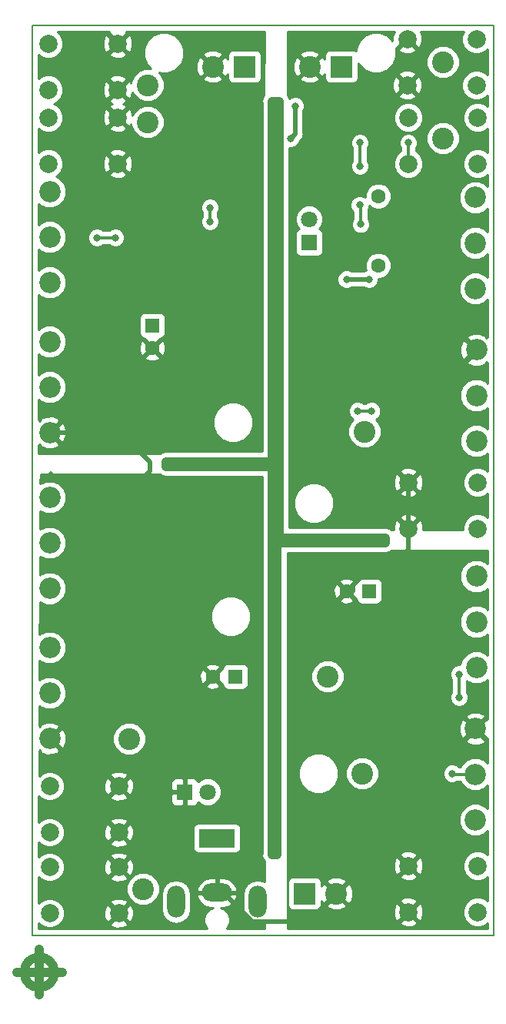
<source format=gbr>
%TF.GenerationSoftware,KiCad,Pcbnew,(5.0.0)*%
%TF.CreationDate,2018-12-16T12:55:05+01:00*%
%TF.ProjectId,Kicad_Oscillator_Drone,4B696361645F4F7363696C6C61746F72,rev?*%
%TF.SameCoordinates,Original*%
%TF.FileFunction,Copper,L2,Bot,Signal*%
%TF.FilePolarity,Positive*%
%FSLAX46Y46*%
G04 Gerber Fmt 4.6, Leading zero omitted, Abs format (unit mm)*
G04 Created by KiCad (PCBNEW (5.0.0)) date 12/16/18 12:55:05*
%MOMM*%
%LPD*%
G01*
G04 APERTURE LIST*
%ADD10C,1.000000*%
%ADD11C,0.150000*%
%ADD12C,2.000000*%
%ADD13O,2.000000X3.500000*%
%ADD14O,3.300000X2.000000*%
%ADD15R,4.000000X2.000000*%
%ADD16C,2.340000*%
%ADD17R,1.600000X1.600000*%
%ADD18C,1.600000*%
%ADD19C,2.400000*%
%ADD20R,2.400000X2.400000*%
%ADD21R,1.800000X1.800000*%
%ADD22C,1.800000*%
%ADD23C,0.800000*%
%ADD24C,0.500000*%
%ADD25C,0.350000*%
%ADD26C,0.254000*%
G04 APERTURE END LIST*
D10*
X134112000Y-71374000D02*
X134112000Y-70866000D01*
X158242000Y-79756000D02*
X158242000Y-79248000D01*
X146304000Y-79756000D02*
X158242000Y-79756000D01*
X146304000Y-80010000D02*
X146304000Y-79756000D01*
X146304000Y-114046000D02*
X146304000Y-80010000D01*
X145796000Y-114046000D02*
X146304000Y-114046000D01*
X145796000Y-71374000D02*
X145796000Y-114046000D01*
X134112000Y-71374000D02*
X145796000Y-71374000D01*
X145796000Y-70866000D02*
X134112000Y-70866000D01*
X145796000Y-31242000D02*
X145796000Y-70866000D01*
X146558000Y-31242000D02*
X145796000Y-31242000D01*
X146558000Y-79248000D02*
X146558000Y-31242000D01*
X158242000Y-79248000D02*
X146558000Y-79248000D01*
X121816049Y-127025076D02*
G75*
G03X121816049Y-127025076I-1666666J0D01*
G01*
X117649383Y-127025076D02*
X122649383Y-127025076D01*
X120149383Y-124525076D02*
X120149383Y-129525076D01*
D11*
X170180000Y-122936000D02*
X170180000Y-22860000D01*
X119380000Y-122936000D02*
X170180000Y-122936000D01*
X119380000Y-22860000D02*
X119380000Y-122936000D01*
X170180000Y-22860000D02*
X119380000Y-22860000D01*
D12*
X160782000Y-120396000D03*
X160782000Y-115316000D03*
X168402000Y-120396000D03*
X168402000Y-115316000D03*
X128778000Y-29972000D03*
X128778000Y-24892000D03*
X121158000Y-29972000D03*
X121158000Y-24892000D03*
X128778000Y-33020000D03*
X128778000Y-38100000D03*
X121158000Y-33020000D03*
X121158000Y-38100000D03*
X160655000Y-29464000D03*
X160655000Y-24384000D03*
X168275000Y-29464000D03*
X168275000Y-24384000D03*
X160782000Y-78232000D03*
X160782000Y-73152000D03*
X168402000Y-78232000D03*
X168402000Y-73152000D03*
X128905000Y-120523000D03*
X128905000Y-115443000D03*
X121285000Y-120523000D03*
X121285000Y-115443000D03*
X128905000Y-106553000D03*
X128905000Y-111633000D03*
X121285000Y-106553000D03*
X121285000Y-111633000D03*
X160782000Y-38100000D03*
X160782000Y-33020000D03*
X168402000Y-38100000D03*
X168402000Y-33020000D03*
D13*
X144200000Y-119268000D03*
X135200000Y-119268000D03*
D14*
X139700000Y-118268000D03*
D15*
X139700000Y-112268000D03*
D16*
X121285000Y-91313000D03*
X121285000Y-96313000D03*
X121285000Y-101313000D03*
X121285000Y-74803000D03*
X121285000Y-79803000D03*
X121285000Y-84803000D03*
X121285000Y-57658000D03*
X121285000Y-62658000D03*
X121285000Y-67658000D03*
X121285000Y-41148000D03*
X121285000Y-46148000D03*
X121285000Y-51148000D03*
X168148000Y-110236000D03*
X168148000Y-105236000D03*
X168148000Y-100236000D03*
X168275000Y-93472000D03*
X168275000Y-88472000D03*
X168275000Y-83472000D03*
X168275000Y-68580000D03*
X168275000Y-63580000D03*
X168275000Y-58580000D03*
X168148000Y-51816000D03*
X168148000Y-46816000D03*
X168148000Y-41816000D03*
D17*
X156464000Y-85090000D03*
D18*
X153964000Y-85090000D03*
D17*
X132588000Y-55880000D03*
D18*
X132588000Y-58380000D03*
D19*
X139248000Y-27432000D03*
D20*
X142748000Y-27432000D03*
X153416000Y-27432000D03*
D19*
X149916000Y-27432000D03*
X152852000Y-118364000D03*
D20*
X149352000Y-118364000D03*
D19*
X151892000Y-94488000D03*
X155702000Y-105156000D03*
X132080000Y-29464000D03*
X132080000Y-33528000D03*
X164592000Y-26924000D03*
X155956000Y-67564000D03*
X131572000Y-117856000D03*
X130048000Y-101346000D03*
D21*
X136144000Y-107188000D03*
D22*
X138684000Y-107188000D03*
D17*
X141732000Y-94488000D03*
D18*
X139232000Y-94488000D03*
D21*
X149860000Y-46736000D03*
D22*
X149860000Y-44196000D03*
D18*
X157480000Y-49276000D03*
X157480000Y-41676000D03*
D19*
X164592000Y-35306000D03*
D23*
X148336000Y-31750000D03*
X147828000Y-35306000D03*
X156464000Y-50800000D03*
X153977000Y-50800000D03*
X165595000Y-105156000D03*
X138938000Y-42922000D03*
X138938000Y-44472000D03*
X155527000Y-44754008D03*
X155417992Y-42641992D03*
X155448000Y-38367010D03*
X155448000Y-35801000D03*
X128524000Y-46228000D03*
X126492000Y-46228000D03*
X156972000Y-91948000D03*
X132575000Y-84328000D03*
X129540000Y-43942000D03*
X152400000Y-56642000D03*
X166370000Y-94234000D03*
X166370000Y-96774000D03*
X156731000Y-65278000D03*
X155181000Y-65278000D03*
X160782000Y-35801000D03*
D24*
X148336000Y-31750000D02*
X148336000Y-34798000D01*
X148336000Y-34798000D02*
X147828000Y-35306000D01*
X156464000Y-50800000D02*
X153977000Y-50800000D01*
D25*
X168148000Y-105236000D02*
X165675000Y-105236000D01*
X165675000Y-105236000D02*
X165595000Y-105156000D01*
X138938000Y-42922000D02*
X138938000Y-44472000D01*
X155527000Y-44754008D02*
X155527000Y-42751000D01*
X155527000Y-42751000D02*
X155417992Y-42641992D01*
X155448000Y-38367010D02*
X155448000Y-35801000D01*
X128524000Y-46228000D02*
X126492000Y-46228000D01*
D24*
X151652001Y-119563999D02*
X152852000Y-118364000D01*
X149747990Y-121468010D02*
X151652001Y-119563999D01*
X143550010Y-121468010D02*
X149747990Y-121468010D01*
X140350000Y-118268000D02*
X143550010Y-121468010D01*
X139700000Y-118268000D02*
X140350000Y-118268000D01*
X121412000Y-72390000D02*
X121412000Y-72136000D01*
X131826000Y-72390000D02*
X121412000Y-72390000D01*
X132334000Y-71882000D02*
X131826000Y-72390000D01*
X132334000Y-70866000D02*
X132334000Y-71882000D01*
X121285000Y-67658000D02*
X129126000Y-67658000D01*
X129126000Y-67658000D02*
X132334000Y-70866000D01*
X160782000Y-76817787D02*
X160782000Y-73152000D01*
X160782000Y-78232000D02*
X160782000Y-76817787D01*
X154686000Y-85090000D02*
X153964000Y-85090000D01*
X154686000Y-84457998D02*
X154686000Y-85090000D01*
X156339998Y-82804000D02*
X154686000Y-84457998D01*
X158496000Y-82804000D02*
X156339998Y-82804000D01*
X160782000Y-78232000D02*
X160782000Y-80518000D01*
X160782000Y-80518000D02*
X158496000Y-82804000D01*
D25*
X166370000Y-94234000D02*
X166370000Y-96774000D01*
X156731000Y-65278000D02*
X155181000Y-65278000D01*
X160782000Y-38100000D02*
X160782000Y-35801000D01*
D26*
G36*
X133669145Y-72443146D02*
X134112000Y-72531235D01*
X134223783Y-72509000D01*
X144661000Y-72509000D01*
X144661001Y-113934212D01*
X144638765Y-114046000D01*
X144726854Y-114488855D01*
X144907000Y-114758463D01*
X144907000Y-117024006D01*
X144837944Y-116977864D01*
X144200000Y-116850969D01*
X143562055Y-116977864D01*
X143021231Y-117339231D01*
X142659864Y-117880056D01*
X142565000Y-118356970D01*
X142565000Y-120179031D01*
X142659865Y-120655945D01*
X143021232Y-121196769D01*
X143562056Y-121558136D01*
X144200000Y-121685031D01*
X144837945Y-121558136D01*
X144907000Y-121511995D01*
X144907000Y-122226000D01*
X140771396Y-122226000D01*
X140916534Y-122080862D01*
X141135000Y-121553439D01*
X141135000Y-120982561D01*
X140916534Y-120455138D01*
X140512862Y-120051466D01*
X140154434Y-119903000D01*
X140477000Y-119903000D01*
X141093020Y-119729942D01*
X141595922Y-119334317D01*
X141909144Y-118776355D01*
X141940124Y-118648434D01*
X141820777Y-118395000D01*
X139827000Y-118395000D01*
X139827000Y-118415000D01*
X139573000Y-118415000D01*
X139573000Y-118395000D01*
X137579223Y-118395000D01*
X137459876Y-118648434D01*
X137490856Y-118776355D01*
X137804078Y-119334317D01*
X138306980Y-119729942D01*
X138923000Y-119903000D01*
X139245566Y-119903000D01*
X138887138Y-120051466D01*
X138483466Y-120455138D01*
X138265000Y-120982561D01*
X138265000Y-121553439D01*
X138483466Y-122080862D01*
X138628604Y-122226000D01*
X120090000Y-122226000D01*
X120090000Y-121640239D01*
X120358847Y-121909086D01*
X120959778Y-122158000D01*
X121610222Y-122158000D01*
X122211153Y-121909086D01*
X122444707Y-121675532D01*
X127932073Y-121675532D01*
X128030736Y-121942387D01*
X128640461Y-122168908D01*
X129290460Y-122144856D01*
X129779264Y-121942387D01*
X129877927Y-121675532D01*
X128905000Y-120702605D01*
X127932073Y-121675532D01*
X122444707Y-121675532D01*
X122671086Y-121449153D01*
X122920000Y-120848222D01*
X122920000Y-120258461D01*
X127259092Y-120258461D01*
X127283144Y-120908460D01*
X127485613Y-121397264D01*
X127752468Y-121495927D01*
X128725395Y-120523000D01*
X129084605Y-120523000D01*
X130057532Y-121495927D01*
X130324387Y-121397264D01*
X130550908Y-120787539D01*
X130526856Y-120137540D01*
X130324387Y-119648736D01*
X130057532Y-119550073D01*
X129084605Y-120523000D01*
X128725395Y-120523000D01*
X127752468Y-119550073D01*
X127485613Y-119648736D01*
X127259092Y-120258461D01*
X122920000Y-120258461D01*
X122920000Y-120197778D01*
X122671086Y-119596847D01*
X122444707Y-119370468D01*
X127932073Y-119370468D01*
X128905000Y-120343395D01*
X129877927Y-119370468D01*
X129779264Y-119103613D01*
X129169539Y-118877092D01*
X128519540Y-118901144D01*
X128030736Y-119103613D01*
X127932073Y-119370468D01*
X122444707Y-119370468D01*
X122211153Y-119136914D01*
X121610222Y-118888000D01*
X120959778Y-118888000D01*
X120358847Y-119136914D01*
X120090000Y-119405761D01*
X120090000Y-117490996D01*
X129737000Y-117490996D01*
X129737000Y-118221004D01*
X130016362Y-118895444D01*
X130532556Y-119411638D01*
X131206996Y-119691000D01*
X131937004Y-119691000D01*
X132611444Y-119411638D01*
X133127638Y-118895444D01*
X133350681Y-118356970D01*
X133565000Y-118356970D01*
X133565000Y-120179031D01*
X133659865Y-120655945D01*
X134021232Y-121196769D01*
X134562056Y-121558136D01*
X135200000Y-121685031D01*
X135837945Y-121558136D01*
X136378769Y-121196769D01*
X136740136Y-120655945D01*
X136835000Y-120179031D01*
X136835000Y-118356969D01*
X136741631Y-117887566D01*
X137459876Y-117887566D01*
X137579223Y-118141000D01*
X139573000Y-118141000D01*
X139573000Y-116633000D01*
X139827000Y-116633000D01*
X139827000Y-118141000D01*
X141820777Y-118141000D01*
X141940124Y-117887566D01*
X141909144Y-117759645D01*
X141595922Y-117201683D01*
X141093020Y-116806058D01*
X140477000Y-116633000D01*
X139827000Y-116633000D01*
X139573000Y-116633000D01*
X138923000Y-116633000D01*
X138306980Y-116806058D01*
X137804078Y-117201683D01*
X137490856Y-117759645D01*
X137459876Y-117887566D01*
X136741631Y-117887566D01*
X136740136Y-117880055D01*
X136378769Y-117339231D01*
X135837944Y-116977864D01*
X135200000Y-116850969D01*
X134562055Y-116977864D01*
X134021231Y-117339231D01*
X133659864Y-117880056D01*
X133565000Y-118356970D01*
X133350681Y-118356970D01*
X133407000Y-118221004D01*
X133407000Y-117490996D01*
X133127638Y-116816556D01*
X132611444Y-116300362D01*
X131937004Y-116021000D01*
X131206996Y-116021000D01*
X130532556Y-116300362D01*
X130016362Y-116816556D01*
X129737000Y-117490996D01*
X120090000Y-117490996D01*
X120090000Y-116560239D01*
X120358847Y-116829086D01*
X120959778Y-117078000D01*
X121610222Y-117078000D01*
X122211153Y-116829086D01*
X122444707Y-116595532D01*
X127932073Y-116595532D01*
X128030736Y-116862387D01*
X128640461Y-117088908D01*
X129290460Y-117064856D01*
X129779264Y-116862387D01*
X129877927Y-116595532D01*
X128905000Y-115622605D01*
X127932073Y-116595532D01*
X122444707Y-116595532D01*
X122671086Y-116369153D01*
X122920000Y-115768222D01*
X122920000Y-115178461D01*
X127259092Y-115178461D01*
X127283144Y-115828460D01*
X127485613Y-116317264D01*
X127752468Y-116415927D01*
X128725395Y-115443000D01*
X129084605Y-115443000D01*
X130057532Y-116415927D01*
X130324387Y-116317264D01*
X130550908Y-115707539D01*
X130526856Y-115057540D01*
X130324387Y-114568736D01*
X130057532Y-114470073D01*
X129084605Y-115443000D01*
X128725395Y-115443000D01*
X127752468Y-114470073D01*
X127485613Y-114568736D01*
X127259092Y-115178461D01*
X122920000Y-115178461D01*
X122920000Y-115117778D01*
X122671086Y-114516847D01*
X122444707Y-114290468D01*
X127932073Y-114290468D01*
X128905000Y-115263395D01*
X129877927Y-114290468D01*
X129779264Y-114023613D01*
X129169539Y-113797092D01*
X128519540Y-113821144D01*
X128030736Y-114023613D01*
X127932073Y-114290468D01*
X122444707Y-114290468D01*
X122211153Y-114056914D01*
X121610222Y-113808000D01*
X120959778Y-113808000D01*
X120358847Y-114056914D01*
X120090000Y-114325761D01*
X120090000Y-112750239D01*
X120358847Y-113019086D01*
X120959778Y-113268000D01*
X121610222Y-113268000D01*
X122211153Y-113019086D01*
X122444707Y-112785532D01*
X127932073Y-112785532D01*
X128030736Y-113052387D01*
X128640461Y-113278908D01*
X129290460Y-113254856D01*
X129779264Y-113052387D01*
X129877927Y-112785532D01*
X128905000Y-111812605D01*
X127932073Y-112785532D01*
X122444707Y-112785532D01*
X122671086Y-112559153D01*
X122920000Y-111958222D01*
X122920000Y-111368461D01*
X127259092Y-111368461D01*
X127283144Y-112018460D01*
X127485613Y-112507264D01*
X127752468Y-112605927D01*
X128725395Y-111633000D01*
X129084605Y-111633000D01*
X130057532Y-112605927D01*
X130324387Y-112507264D01*
X130550908Y-111897539D01*
X130527614Y-111268000D01*
X137052560Y-111268000D01*
X137052560Y-113268000D01*
X137101843Y-113515765D01*
X137242191Y-113725809D01*
X137452235Y-113866157D01*
X137700000Y-113915440D01*
X141700000Y-113915440D01*
X141947765Y-113866157D01*
X142157809Y-113725809D01*
X142298157Y-113515765D01*
X142347440Y-113268000D01*
X142347440Y-111268000D01*
X142298157Y-111020235D01*
X142157809Y-110810191D01*
X141947765Y-110669843D01*
X141700000Y-110620560D01*
X137700000Y-110620560D01*
X137452235Y-110669843D01*
X137242191Y-110810191D01*
X137101843Y-111020235D01*
X137052560Y-111268000D01*
X130527614Y-111268000D01*
X130526856Y-111247540D01*
X130324387Y-110758736D01*
X130057532Y-110660073D01*
X129084605Y-111633000D01*
X128725395Y-111633000D01*
X127752468Y-110660073D01*
X127485613Y-110758736D01*
X127259092Y-111368461D01*
X122920000Y-111368461D01*
X122920000Y-111307778D01*
X122671086Y-110706847D01*
X122444707Y-110480468D01*
X127932073Y-110480468D01*
X128905000Y-111453395D01*
X129877927Y-110480468D01*
X129779264Y-110213613D01*
X129169539Y-109987092D01*
X128519540Y-110011144D01*
X128030736Y-110213613D01*
X127932073Y-110480468D01*
X122444707Y-110480468D01*
X122211153Y-110246914D01*
X121610222Y-109998000D01*
X120959778Y-109998000D01*
X120358847Y-110246914D01*
X120090000Y-110515761D01*
X120090000Y-107757183D01*
X120090435Y-107670674D01*
X120358847Y-107939086D01*
X120959778Y-108188000D01*
X121610222Y-108188000D01*
X122211153Y-107939086D01*
X122444707Y-107705532D01*
X127932073Y-107705532D01*
X128030736Y-107972387D01*
X128640461Y-108198908D01*
X129290460Y-108174856D01*
X129779264Y-107972387D01*
X129877927Y-107705532D01*
X128905000Y-106732605D01*
X127932073Y-107705532D01*
X122444707Y-107705532D01*
X122671086Y-107479153D01*
X122920000Y-106878222D01*
X122920000Y-106288461D01*
X127259092Y-106288461D01*
X127283144Y-106938460D01*
X127485613Y-107427264D01*
X127752468Y-107525927D01*
X128725395Y-106553000D01*
X129084605Y-106553000D01*
X130057532Y-107525927D01*
X130198655Y-107473750D01*
X134609000Y-107473750D01*
X134609000Y-108214310D01*
X134705673Y-108447699D01*
X134884302Y-108626327D01*
X135117691Y-108723000D01*
X135858250Y-108723000D01*
X136017000Y-108564250D01*
X136017000Y-107315000D01*
X134767750Y-107315000D01*
X134609000Y-107473750D01*
X130198655Y-107473750D01*
X130324387Y-107427264D01*
X130550908Y-106817539D01*
X130526856Y-106167540D01*
X130524433Y-106161690D01*
X134609000Y-106161690D01*
X134609000Y-106902250D01*
X134767750Y-107061000D01*
X136017000Y-107061000D01*
X136017000Y-105811750D01*
X136271000Y-105811750D01*
X136271000Y-107061000D01*
X136291000Y-107061000D01*
X136291000Y-107315000D01*
X136271000Y-107315000D01*
X136271000Y-108564250D01*
X136429750Y-108723000D01*
X137170309Y-108723000D01*
X137403698Y-108626327D01*
X137582327Y-108447699D01*
X137638139Y-108312956D01*
X137814493Y-108489310D01*
X138378670Y-108723000D01*
X138989330Y-108723000D01*
X139553507Y-108489310D01*
X139985310Y-108057507D01*
X140219000Y-107493330D01*
X140219000Y-106882670D01*
X139985310Y-106318493D01*
X139553507Y-105886690D01*
X138989330Y-105653000D01*
X138378670Y-105653000D01*
X137814493Y-105886690D01*
X137638139Y-106063044D01*
X137582327Y-105928301D01*
X137403698Y-105749673D01*
X137170309Y-105653000D01*
X136429750Y-105653000D01*
X136271000Y-105811750D01*
X136017000Y-105811750D01*
X135858250Y-105653000D01*
X135117691Y-105653000D01*
X134884302Y-105749673D01*
X134705673Y-105928301D01*
X134609000Y-106161690D01*
X130524433Y-106161690D01*
X130324387Y-105678736D01*
X130057532Y-105580073D01*
X129084605Y-106553000D01*
X128725395Y-106553000D01*
X127752468Y-105580073D01*
X127485613Y-105678736D01*
X127259092Y-106288461D01*
X122920000Y-106288461D01*
X122920000Y-106227778D01*
X122671086Y-105626847D01*
X122444707Y-105400468D01*
X127932073Y-105400468D01*
X128905000Y-106373395D01*
X129877927Y-105400468D01*
X129779264Y-105133613D01*
X129169539Y-104907092D01*
X128519540Y-104931144D01*
X128030736Y-105133613D01*
X127932073Y-105400468D01*
X122444707Y-105400468D01*
X122211153Y-105166914D01*
X121610222Y-104918000D01*
X120959778Y-104918000D01*
X120358847Y-105166914D01*
X120101724Y-105424037D01*
X120115604Y-102662004D01*
X120189121Y-102588487D01*
X120308586Y-102872984D01*
X120979890Y-103127894D01*
X121697646Y-103106504D01*
X122261414Y-102872984D01*
X122380880Y-102588486D01*
X121285000Y-101492605D01*
X121270858Y-101506748D01*
X121091252Y-101327142D01*
X121105395Y-101313000D01*
X121464605Y-101313000D01*
X122560486Y-102408880D01*
X122844984Y-102289414D01*
X123099894Y-101618110D01*
X123080908Y-100980996D01*
X128213000Y-100980996D01*
X128213000Y-101711004D01*
X128492362Y-102385444D01*
X129008556Y-102901638D01*
X129682996Y-103181000D01*
X130413004Y-103181000D01*
X131087444Y-102901638D01*
X131603638Y-102385444D01*
X131883000Y-101711004D01*
X131883000Y-100980996D01*
X131603638Y-100306556D01*
X131087444Y-99790362D01*
X130413004Y-99511000D01*
X129682996Y-99511000D01*
X129008556Y-99790362D01*
X128492362Y-100306556D01*
X128213000Y-100980996D01*
X123080908Y-100980996D01*
X123078504Y-100900354D01*
X122844984Y-100336586D01*
X122560486Y-100217120D01*
X121464605Y-101313000D01*
X121105395Y-101313000D01*
X121091252Y-101298858D01*
X121270858Y-101119252D01*
X121285000Y-101133395D01*
X122380880Y-100037514D01*
X122261414Y-99753016D01*
X121590110Y-99498106D01*
X120872354Y-99519496D01*
X120308586Y-99753016D01*
X120189121Y-100037513D01*
X120129094Y-99977486D01*
X120140433Y-97721088D01*
X120262550Y-97843205D01*
X120925963Y-98118000D01*
X121644037Y-98118000D01*
X122307450Y-97843205D01*
X122815205Y-97335450D01*
X123090000Y-96672037D01*
X123090000Y-95953963D01*
X122900200Y-95495745D01*
X138403861Y-95495745D01*
X138477995Y-95741864D01*
X139015223Y-95934965D01*
X139585454Y-95907778D01*
X139986005Y-95741864D01*
X140060139Y-95495745D01*
X139232000Y-94667605D01*
X138403861Y-95495745D01*
X122900200Y-95495745D01*
X122815205Y-95290550D01*
X122307450Y-94782795D01*
X121644037Y-94508000D01*
X120925963Y-94508000D01*
X120262550Y-94782795D01*
X120154656Y-94890689D01*
X120157768Y-94271223D01*
X137785035Y-94271223D01*
X137812222Y-94841454D01*
X137978136Y-95242005D01*
X138224255Y-95316139D01*
X139052395Y-94488000D01*
X139411605Y-94488000D01*
X140239745Y-95316139D01*
X140287307Y-95301813D01*
X140333843Y-95535765D01*
X140474191Y-95745809D01*
X140684235Y-95886157D01*
X140932000Y-95935440D01*
X142532000Y-95935440D01*
X142779765Y-95886157D01*
X142989809Y-95745809D01*
X143130157Y-95535765D01*
X143179440Y-95288000D01*
X143179440Y-93688000D01*
X143130157Y-93440235D01*
X142989809Y-93230191D01*
X142779765Y-93089843D01*
X142532000Y-93040560D01*
X140932000Y-93040560D01*
X140684235Y-93089843D01*
X140474191Y-93230191D01*
X140333843Y-93440235D01*
X140287307Y-93674187D01*
X140239745Y-93659861D01*
X139411605Y-94488000D01*
X139052395Y-94488000D01*
X138224255Y-93659861D01*
X137978136Y-93733995D01*
X137785035Y-94271223D01*
X120157768Y-94271223D01*
X120161743Y-93480255D01*
X138403861Y-93480255D01*
X139232000Y-94308395D01*
X140060139Y-93480255D01*
X139986005Y-93234136D01*
X139448777Y-93041035D01*
X138878546Y-93068222D01*
X138477995Y-93234136D01*
X138403861Y-93480255D01*
X120161743Y-93480255D01*
X120165433Y-92746088D01*
X120262550Y-92843205D01*
X120925963Y-93118000D01*
X121644037Y-93118000D01*
X122307450Y-92843205D01*
X122815205Y-92335450D01*
X123090000Y-91672037D01*
X123090000Y-90953963D01*
X122815205Y-90290550D01*
X122307450Y-89782795D01*
X121644037Y-89508000D01*
X120925963Y-89508000D01*
X120262550Y-89782795D01*
X120179908Y-89865437D01*
X120192099Y-87439431D01*
X138989000Y-87439431D01*
X138989000Y-88328569D01*
X139329259Y-89150026D01*
X139957974Y-89778741D01*
X140779431Y-90119000D01*
X141668569Y-90119000D01*
X142490026Y-89778741D01*
X143118741Y-89150026D01*
X143459000Y-88328569D01*
X143459000Y-87439431D01*
X143118741Y-86617974D01*
X142490026Y-85989259D01*
X141668569Y-85649000D01*
X140779431Y-85649000D01*
X139957974Y-85989259D01*
X139329259Y-86617974D01*
X138989000Y-87439431D01*
X120192099Y-87439431D01*
X120197983Y-86268638D01*
X120262550Y-86333205D01*
X120925963Y-86608000D01*
X121644037Y-86608000D01*
X122307450Y-86333205D01*
X122815205Y-85825450D01*
X123090000Y-85162037D01*
X123090000Y-84443963D01*
X122815205Y-83780550D01*
X122307450Y-83272795D01*
X121644037Y-82998000D01*
X120925963Y-82998000D01*
X120262550Y-83272795D01*
X120212787Y-83322558D01*
X120222983Y-81293638D01*
X120262550Y-81333205D01*
X120925963Y-81608000D01*
X121644037Y-81608000D01*
X122307450Y-81333205D01*
X122815205Y-80825450D01*
X123090000Y-80162037D01*
X123090000Y-79443963D01*
X122815205Y-78780550D01*
X122307450Y-78272795D01*
X121644037Y-77998000D01*
X120925963Y-77998000D01*
X120262550Y-78272795D01*
X120238040Y-78297305D01*
X120247983Y-76318638D01*
X120262550Y-76333205D01*
X120925963Y-76608000D01*
X121644037Y-76608000D01*
X122307450Y-76333205D01*
X122815205Y-75825450D01*
X123090000Y-75162037D01*
X123090000Y-74443963D01*
X122815205Y-73780550D01*
X122307450Y-73272795D01*
X121644037Y-72998000D01*
X120925963Y-72998000D01*
X120263290Y-73272488D01*
X120268363Y-72263000D01*
X133399537Y-72263000D01*
X133669145Y-72443146D01*
X133669145Y-72443146D01*
G37*
X133669145Y-72443146D02*
X134112000Y-72531235D01*
X134223783Y-72509000D01*
X144661000Y-72509000D01*
X144661001Y-113934212D01*
X144638765Y-114046000D01*
X144726854Y-114488855D01*
X144907000Y-114758463D01*
X144907000Y-117024006D01*
X144837944Y-116977864D01*
X144200000Y-116850969D01*
X143562055Y-116977864D01*
X143021231Y-117339231D01*
X142659864Y-117880056D01*
X142565000Y-118356970D01*
X142565000Y-120179031D01*
X142659865Y-120655945D01*
X143021232Y-121196769D01*
X143562056Y-121558136D01*
X144200000Y-121685031D01*
X144837945Y-121558136D01*
X144907000Y-121511995D01*
X144907000Y-122226000D01*
X140771396Y-122226000D01*
X140916534Y-122080862D01*
X141135000Y-121553439D01*
X141135000Y-120982561D01*
X140916534Y-120455138D01*
X140512862Y-120051466D01*
X140154434Y-119903000D01*
X140477000Y-119903000D01*
X141093020Y-119729942D01*
X141595922Y-119334317D01*
X141909144Y-118776355D01*
X141940124Y-118648434D01*
X141820777Y-118395000D01*
X139827000Y-118395000D01*
X139827000Y-118415000D01*
X139573000Y-118415000D01*
X139573000Y-118395000D01*
X137579223Y-118395000D01*
X137459876Y-118648434D01*
X137490856Y-118776355D01*
X137804078Y-119334317D01*
X138306980Y-119729942D01*
X138923000Y-119903000D01*
X139245566Y-119903000D01*
X138887138Y-120051466D01*
X138483466Y-120455138D01*
X138265000Y-120982561D01*
X138265000Y-121553439D01*
X138483466Y-122080862D01*
X138628604Y-122226000D01*
X120090000Y-122226000D01*
X120090000Y-121640239D01*
X120358847Y-121909086D01*
X120959778Y-122158000D01*
X121610222Y-122158000D01*
X122211153Y-121909086D01*
X122444707Y-121675532D01*
X127932073Y-121675532D01*
X128030736Y-121942387D01*
X128640461Y-122168908D01*
X129290460Y-122144856D01*
X129779264Y-121942387D01*
X129877927Y-121675532D01*
X128905000Y-120702605D01*
X127932073Y-121675532D01*
X122444707Y-121675532D01*
X122671086Y-121449153D01*
X122920000Y-120848222D01*
X122920000Y-120258461D01*
X127259092Y-120258461D01*
X127283144Y-120908460D01*
X127485613Y-121397264D01*
X127752468Y-121495927D01*
X128725395Y-120523000D01*
X129084605Y-120523000D01*
X130057532Y-121495927D01*
X130324387Y-121397264D01*
X130550908Y-120787539D01*
X130526856Y-120137540D01*
X130324387Y-119648736D01*
X130057532Y-119550073D01*
X129084605Y-120523000D01*
X128725395Y-120523000D01*
X127752468Y-119550073D01*
X127485613Y-119648736D01*
X127259092Y-120258461D01*
X122920000Y-120258461D01*
X122920000Y-120197778D01*
X122671086Y-119596847D01*
X122444707Y-119370468D01*
X127932073Y-119370468D01*
X128905000Y-120343395D01*
X129877927Y-119370468D01*
X129779264Y-119103613D01*
X129169539Y-118877092D01*
X128519540Y-118901144D01*
X128030736Y-119103613D01*
X127932073Y-119370468D01*
X122444707Y-119370468D01*
X122211153Y-119136914D01*
X121610222Y-118888000D01*
X120959778Y-118888000D01*
X120358847Y-119136914D01*
X120090000Y-119405761D01*
X120090000Y-117490996D01*
X129737000Y-117490996D01*
X129737000Y-118221004D01*
X130016362Y-118895444D01*
X130532556Y-119411638D01*
X131206996Y-119691000D01*
X131937004Y-119691000D01*
X132611444Y-119411638D01*
X133127638Y-118895444D01*
X133350681Y-118356970D01*
X133565000Y-118356970D01*
X133565000Y-120179031D01*
X133659865Y-120655945D01*
X134021232Y-121196769D01*
X134562056Y-121558136D01*
X135200000Y-121685031D01*
X135837945Y-121558136D01*
X136378769Y-121196769D01*
X136740136Y-120655945D01*
X136835000Y-120179031D01*
X136835000Y-118356969D01*
X136741631Y-117887566D01*
X137459876Y-117887566D01*
X137579223Y-118141000D01*
X139573000Y-118141000D01*
X139573000Y-116633000D01*
X139827000Y-116633000D01*
X139827000Y-118141000D01*
X141820777Y-118141000D01*
X141940124Y-117887566D01*
X141909144Y-117759645D01*
X141595922Y-117201683D01*
X141093020Y-116806058D01*
X140477000Y-116633000D01*
X139827000Y-116633000D01*
X139573000Y-116633000D01*
X138923000Y-116633000D01*
X138306980Y-116806058D01*
X137804078Y-117201683D01*
X137490856Y-117759645D01*
X137459876Y-117887566D01*
X136741631Y-117887566D01*
X136740136Y-117880055D01*
X136378769Y-117339231D01*
X135837944Y-116977864D01*
X135200000Y-116850969D01*
X134562055Y-116977864D01*
X134021231Y-117339231D01*
X133659864Y-117880056D01*
X133565000Y-118356970D01*
X133350681Y-118356970D01*
X133407000Y-118221004D01*
X133407000Y-117490996D01*
X133127638Y-116816556D01*
X132611444Y-116300362D01*
X131937004Y-116021000D01*
X131206996Y-116021000D01*
X130532556Y-116300362D01*
X130016362Y-116816556D01*
X129737000Y-117490996D01*
X120090000Y-117490996D01*
X120090000Y-116560239D01*
X120358847Y-116829086D01*
X120959778Y-117078000D01*
X121610222Y-117078000D01*
X122211153Y-116829086D01*
X122444707Y-116595532D01*
X127932073Y-116595532D01*
X128030736Y-116862387D01*
X128640461Y-117088908D01*
X129290460Y-117064856D01*
X129779264Y-116862387D01*
X129877927Y-116595532D01*
X128905000Y-115622605D01*
X127932073Y-116595532D01*
X122444707Y-116595532D01*
X122671086Y-116369153D01*
X122920000Y-115768222D01*
X122920000Y-115178461D01*
X127259092Y-115178461D01*
X127283144Y-115828460D01*
X127485613Y-116317264D01*
X127752468Y-116415927D01*
X128725395Y-115443000D01*
X129084605Y-115443000D01*
X130057532Y-116415927D01*
X130324387Y-116317264D01*
X130550908Y-115707539D01*
X130526856Y-115057540D01*
X130324387Y-114568736D01*
X130057532Y-114470073D01*
X129084605Y-115443000D01*
X128725395Y-115443000D01*
X127752468Y-114470073D01*
X127485613Y-114568736D01*
X127259092Y-115178461D01*
X122920000Y-115178461D01*
X122920000Y-115117778D01*
X122671086Y-114516847D01*
X122444707Y-114290468D01*
X127932073Y-114290468D01*
X128905000Y-115263395D01*
X129877927Y-114290468D01*
X129779264Y-114023613D01*
X129169539Y-113797092D01*
X128519540Y-113821144D01*
X128030736Y-114023613D01*
X127932073Y-114290468D01*
X122444707Y-114290468D01*
X122211153Y-114056914D01*
X121610222Y-113808000D01*
X120959778Y-113808000D01*
X120358847Y-114056914D01*
X120090000Y-114325761D01*
X120090000Y-112750239D01*
X120358847Y-113019086D01*
X120959778Y-113268000D01*
X121610222Y-113268000D01*
X122211153Y-113019086D01*
X122444707Y-112785532D01*
X127932073Y-112785532D01*
X128030736Y-113052387D01*
X128640461Y-113278908D01*
X129290460Y-113254856D01*
X129779264Y-113052387D01*
X129877927Y-112785532D01*
X128905000Y-111812605D01*
X127932073Y-112785532D01*
X122444707Y-112785532D01*
X122671086Y-112559153D01*
X122920000Y-111958222D01*
X122920000Y-111368461D01*
X127259092Y-111368461D01*
X127283144Y-112018460D01*
X127485613Y-112507264D01*
X127752468Y-112605927D01*
X128725395Y-111633000D01*
X129084605Y-111633000D01*
X130057532Y-112605927D01*
X130324387Y-112507264D01*
X130550908Y-111897539D01*
X130527614Y-111268000D01*
X137052560Y-111268000D01*
X137052560Y-113268000D01*
X137101843Y-113515765D01*
X137242191Y-113725809D01*
X137452235Y-113866157D01*
X137700000Y-113915440D01*
X141700000Y-113915440D01*
X141947765Y-113866157D01*
X142157809Y-113725809D01*
X142298157Y-113515765D01*
X142347440Y-113268000D01*
X142347440Y-111268000D01*
X142298157Y-111020235D01*
X142157809Y-110810191D01*
X141947765Y-110669843D01*
X141700000Y-110620560D01*
X137700000Y-110620560D01*
X137452235Y-110669843D01*
X137242191Y-110810191D01*
X137101843Y-111020235D01*
X137052560Y-111268000D01*
X130527614Y-111268000D01*
X130526856Y-111247540D01*
X130324387Y-110758736D01*
X130057532Y-110660073D01*
X129084605Y-111633000D01*
X128725395Y-111633000D01*
X127752468Y-110660073D01*
X127485613Y-110758736D01*
X127259092Y-111368461D01*
X122920000Y-111368461D01*
X122920000Y-111307778D01*
X122671086Y-110706847D01*
X122444707Y-110480468D01*
X127932073Y-110480468D01*
X128905000Y-111453395D01*
X129877927Y-110480468D01*
X129779264Y-110213613D01*
X129169539Y-109987092D01*
X128519540Y-110011144D01*
X128030736Y-110213613D01*
X127932073Y-110480468D01*
X122444707Y-110480468D01*
X122211153Y-110246914D01*
X121610222Y-109998000D01*
X120959778Y-109998000D01*
X120358847Y-110246914D01*
X120090000Y-110515761D01*
X120090000Y-107757183D01*
X120090435Y-107670674D01*
X120358847Y-107939086D01*
X120959778Y-108188000D01*
X121610222Y-108188000D01*
X122211153Y-107939086D01*
X122444707Y-107705532D01*
X127932073Y-107705532D01*
X128030736Y-107972387D01*
X128640461Y-108198908D01*
X129290460Y-108174856D01*
X129779264Y-107972387D01*
X129877927Y-107705532D01*
X128905000Y-106732605D01*
X127932073Y-107705532D01*
X122444707Y-107705532D01*
X122671086Y-107479153D01*
X122920000Y-106878222D01*
X122920000Y-106288461D01*
X127259092Y-106288461D01*
X127283144Y-106938460D01*
X127485613Y-107427264D01*
X127752468Y-107525927D01*
X128725395Y-106553000D01*
X129084605Y-106553000D01*
X130057532Y-107525927D01*
X130198655Y-107473750D01*
X134609000Y-107473750D01*
X134609000Y-108214310D01*
X134705673Y-108447699D01*
X134884302Y-108626327D01*
X135117691Y-108723000D01*
X135858250Y-108723000D01*
X136017000Y-108564250D01*
X136017000Y-107315000D01*
X134767750Y-107315000D01*
X134609000Y-107473750D01*
X130198655Y-107473750D01*
X130324387Y-107427264D01*
X130550908Y-106817539D01*
X130526856Y-106167540D01*
X130524433Y-106161690D01*
X134609000Y-106161690D01*
X134609000Y-106902250D01*
X134767750Y-107061000D01*
X136017000Y-107061000D01*
X136017000Y-105811750D01*
X136271000Y-105811750D01*
X136271000Y-107061000D01*
X136291000Y-107061000D01*
X136291000Y-107315000D01*
X136271000Y-107315000D01*
X136271000Y-108564250D01*
X136429750Y-108723000D01*
X137170309Y-108723000D01*
X137403698Y-108626327D01*
X137582327Y-108447699D01*
X137638139Y-108312956D01*
X137814493Y-108489310D01*
X138378670Y-108723000D01*
X138989330Y-108723000D01*
X139553507Y-108489310D01*
X139985310Y-108057507D01*
X140219000Y-107493330D01*
X140219000Y-106882670D01*
X139985310Y-106318493D01*
X139553507Y-105886690D01*
X138989330Y-105653000D01*
X138378670Y-105653000D01*
X137814493Y-105886690D01*
X137638139Y-106063044D01*
X137582327Y-105928301D01*
X137403698Y-105749673D01*
X137170309Y-105653000D01*
X136429750Y-105653000D01*
X136271000Y-105811750D01*
X136017000Y-105811750D01*
X135858250Y-105653000D01*
X135117691Y-105653000D01*
X134884302Y-105749673D01*
X134705673Y-105928301D01*
X134609000Y-106161690D01*
X130524433Y-106161690D01*
X130324387Y-105678736D01*
X130057532Y-105580073D01*
X129084605Y-106553000D01*
X128725395Y-106553000D01*
X127752468Y-105580073D01*
X127485613Y-105678736D01*
X127259092Y-106288461D01*
X122920000Y-106288461D01*
X122920000Y-106227778D01*
X122671086Y-105626847D01*
X122444707Y-105400468D01*
X127932073Y-105400468D01*
X128905000Y-106373395D01*
X129877927Y-105400468D01*
X129779264Y-105133613D01*
X129169539Y-104907092D01*
X128519540Y-104931144D01*
X128030736Y-105133613D01*
X127932073Y-105400468D01*
X122444707Y-105400468D01*
X122211153Y-105166914D01*
X121610222Y-104918000D01*
X120959778Y-104918000D01*
X120358847Y-105166914D01*
X120101724Y-105424037D01*
X120115604Y-102662004D01*
X120189121Y-102588487D01*
X120308586Y-102872984D01*
X120979890Y-103127894D01*
X121697646Y-103106504D01*
X122261414Y-102872984D01*
X122380880Y-102588486D01*
X121285000Y-101492605D01*
X121270858Y-101506748D01*
X121091252Y-101327142D01*
X121105395Y-101313000D01*
X121464605Y-101313000D01*
X122560486Y-102408880D01*
X122844984Y-102289414D01*
X123099894Y-101618110D01*
X123080908Y-100980996D01*
X128213000Y-100980996D01*
X128213000Y-101711004D01*
X128492362Y-102385444D01*
X129008556Y-102901638D01*
X129682996Y-103181000D01*
X130413004Y-103181000D01*
X131087444Y-102901638D01*
X131603638Y-102385444D01*
X131883000Y-101711004D01*
X131883000Y-100980996D01*
X131603638Y-100306556D01*
X131087444Y-99790362D01*
X130413004Y-99511000D01*
X129682996Y-99511000D01*
X129008556Y-99790362D01*
X128492362Y-100306556D01*
X128213000Y-100980996D01*
X123080908Y-100980996D01*
X123078504Y-100900354D01*
X122844984Y-100336586D01*
X122560486Y-100217120D01*
X121464605Y-101313000D01*
X121105395Y-101313000D01*
X121091252Y-101298858D01*
X121270858Y-101119252D01*
X121285000Y-101133395D01*
X122380880Y-100037514D01*
X122261414Y-99753016D01*
X121590110Y-99498106D01*
X120872354Y-99519496D01*
X120308586Y-99753016D01*
X120189121Y-100037513D01*
X120129094Y-99977486D01*
X120140433Y-97721088D01*
X120262550Y-97843205D01*
X120925963Y-98118000D01*
X121644037Y-98118000D01*
X122307450Y-97843205D01*
X122815205Y-97335450D01*
X123090000Y-96672037D01*
X123090000Y-95953963D01*
X122900200Y-95495745D01*
X138403861Y-95495745D01*
X138477995Y-95741864D01*
X139015223Y-95934965D01*
X139585454Y-95907778D01*
X139986005Y-95741864D01*
X140060139Y-95495745D01*
X139232000Y-94667605D01*
X138403861Y-95495745D01*
X122900200Y-95495745D01*
X122815205Y-95290550D01*
X122307450Y-94782795D01*
X121644037Y-94508000D01*
X120925963Y-94508000D01*
X120262550Y-94782795D01*
X120154656Y-94890689D01*
X120157768Y-94271223D01*
X137785035Y-94271223D01*
X137812222Y-94841454D01*
X137978136Y-95242005D01*
X138224255Y-95316139D01*
X139052395Y-94488000D01*
X139411605Y-94488000D01*
X140239745Y-95316139D01*
X140287307Y-95301813D01*
X140333843Y-95535765D01*
X140474191Y-95745809D01*
X140684235Y-95886157D01*
X140932000Y-95935440D01*
X142532000Y-95935440D01*
X142779765Y-95886157D01*
X142989809Y-95745809D01*
X143130157Y-95535765D01*
X143179440Y-95288000D01*
X143179440Y-93688000D01*
X143130157Y-93440235D01*
X142989809Y-93230191D01*
X142779765Y-93089843D01*
X142532000Y-93040560D01*
X140932000Y-93040560D01*
X140684235Y-93089843D01*
X140474191Y-93230191D01*
X140333843Y-93440235D01*
X140287307Y-93674187D01*
X140239745Y-93659861D01*
X139411605Y-94488000D01*
X139052395Y-94488000D01*
X138224255Y-93659861D01*
X137978136Y-93733995D01*
X137785035Y-94271223D01*
X120157768Y-94271223D01*
X120161743Y-93480255D01*
X138403861Y-93480255D01*
X139232000Y-94308395D01*
X140060139Y-93480255D01*
X139986005Y-93234136D01*
X139448777Y-93041035D01*
X138878546Y-93068222D01*
X138477995Y-93234136D01*
X138403861Y-93480255D01*
X120161743Y-93480255D01*
X120165433Y-92746088D01*
X120262550Y-92843205D01*
X120925963Y-93118000D01*
X121644037Y-93118000D01*
X122307450Y-92843205D01*
X122815205Y-92335450D01*
X123090000Y-91672037D01*
X123090000Y-90953963D01*
X122815205Y-90290550D01*
X122307450Y-89782795D01*
X121644037Y-89508000D01*
X120925963Y-89508000D01*
X120262550Y-89782795D01*
X120179908Y-89865437D01*
X120192099Y-87439431D01*
X138989000Y-87439431D01*
X138989000Y-88328569D01*
X139329259Y-89150026D01*
X139957974Y-89778741D01*
X140779431Y-90119000D01*
X141668569Y-90119000D01*
X142490026Y-89778741D01*
X143118741Y-89150026D01*
X143459000Y-88328569D01*
X143459000Y-87439431D01*
X143118741Y-86617974D01*
X142490026Y-85989259D01*
X141668569Y-85649000D01*
X140779431Y-85649000D01*
X139957974Y-85989259D01*
X139329259Y-86617974D01*
X138989000Y-87439431D01*
X120192099Y-87439431D01*
X120197983Y-86268638D01*
X120262550Y-86333205D01*
X120925963Y-86608000D01*
X121644037Y-86608000D01*
X122307450Y-86333205D01*
X122815205Y-85825450D01*
X123090000Y-85162037D01*
X123090000Y-84443963D01*
X122815205Y-83780550D01*
X122307450Y-83272795D01*
X121644037Y-82998000D01*
X120925963Y-82998000D01*
X120262550Y-83272795D01*
X120212787Y-83322558D01*
X120222983Y-81293638D01*
X120262550Y-81333205D01*
X120925963Y-81608000D01*
X121644037Y-81608000D01*
X122307450Y-81333205D01*
X122815205Y-80825450D01*
X123090000Y-80162037D01*
X123090000Y-79443963D01*
X122815205Y-78780550D01*
X122307450Y-78272795D01*
X121644037Y-77998000D01*
X120925963Y-77998000D01*
X120262550Y-78272795D01*
X120238040Y-78297305D01*
X120247983Y-76318638D01*
X120262550Y-76333205D01*
X120925963Y-76608000D01*
X121644037Y-76608000D01*
X122307450Y-76333205D01*
X122815205Y-75825450D01*
X123090000Y-75162037D01*
X123090000Y-74443963D01*
X122815205Y-73780550D01*
X122307450Y-73272795D01*
X121644037Y-72998000D01*
X120925963Y-72998000D01*
X120263290Y-73272488D01*
X120268363Y-72263000D01*
X133399537Y-72263000D01*
X133669145Y-72443146D01*
G36*
X127805073Y-23739468D02*
X128778000Y-24712395D01*
X129750927Y-23739468D01*
X129688270Y-23570000D01*
X144905900Y-23570000D01*
X144867758Y-30588268D01*
X144726854Y-30799145D01*
X144638765Y-31242000D01*
X144661000Y-31353783D01*
X144661001Y-68631416D01*
X144655025Y-69731000D01*
X134223783Y-69731000D01*
X134112000Y-69708765D01*
X134000217Y-69731000D01*
X133669145Y-69796854D01*
X133399537Y-69977000D01*
X120090000Y-69977000D01*
X120090000Y-69032608D01*
X120189121Y-68933487D01*
X120308586Y-69217984D01*
X120979890Y-69472894D01*
X121697646Y-69451504D01*
X122261414Y-69217984D01*
X122380880Y-68933486D01*
X121285000Y-67837605D01*
X121270858Y-67851748D01*
X121091252Y-67672142D01*
X121105395Y-67658000D01*
X121464605Y-67658000D01*
X122560486Y-68753880D01*
X122844984Y-68634414D01*
X123099894Y-67963110D01*
X123078504Y-67245354D01*
X122844984Y-66681586D01*
X122560486Y-66562120D01*
X121464605Y-67658000D01*
X121105395Y-67658000D01*
X121091252Y-67643858D01*
X121270858Y-67464252D01*
X121285000Y-67478395D01*
X122380880Y-66382514D01*
X122263688Y-66103431D01*
X139243000Y-66103431D01*
X139243000Y-66992569D01*
X139583259Y-67814026D01*
X140211974Y-68442741D01*
X141033431Y-68783000D01*
X141922569Y-68783000D01*
X142744026Y-68442741D01*
X143372741Y-67814026D01*
X143713000Y-66992569D01*
X143713000Y-66103431D01*
X143372741Y-65281974D01*
X142744026Y-64653259D01*
X141922569Y-64313000D01*
X141033431Y-64313000D01*
X140211974Y-64653259D01*
X139583259Y-65281974D01*
X139243000Y-66103431D01*
X122263688Y-66103431D01*
X122261414Y-66098016D01*
X121590110Y-65843106D01*
X120872354Y-65864496D01*
X120308586Y-66098016D01*
X120189121Y-66382513D01*
X120090000Y-66283392D01*
X120090000Y-64015655D01*
X120262550Y-64188205D01*
X120925963Y-64463000D01*
X121644037Y-64463000D01*
X122307450Y-64188205D01*
X122815205Y-63680450D01*
X123090000Y-63017037D01*
X123090000Y-62298963D01*
X122815205Y-61635550D01*
X122307450Y-61127795D01*
X121644037Y-60853000D01*
X120925963Y-60853000D01*
X120262550Y-61127795D01*
X120090000Y-61300345D01*
X120090000Y-59015655D01*
X120262550Y-59188205D01*
X120925963Y-59463000D01*
X121644037Y-59463000D01*
X121825718Y-59387745D01*
X131759861Y-59387745D01*
X131833995Y-59633864D01*
X132371223Y-59826965D01*
X132941454Y-59799778D01*
X133342005Y-59633864D01*
X133416139Y-59387745D01*
X132588000Y-58559605D01*
X131759861Y-59387745D01*
X121825718Y-59387745D01*
X122307450Y-59188205D01*
X122815205Y-58680450D01*
X123029447Y-58163223D01*
X131141035Y-58163223D01*
X131168222Y-58733454D01*
X131334136Y-59134005D01*
X131580255Y-59208139D01*
X132408395Y-58380000D01*
X132767605Y-58380000D01*
X133595745Y-59208139D01*
X133841864Y-59134005D01*
X134034965Y-58596777D01*
X134007778Y-58026546D01*
X133841864Y-57625995D01*
X133595745Y-57551861D01*
X132767605Y-58380000D01*
X132408395Y-58380000D01*
X131580255Y-57551861D01*
X131334136Y-57625995D01*
X131141035Y-58163223D01*
X123029447Y-58163223D01*
X123090000Y-58017037D01*
X123090000Y-57298963D01*
X122815205Y-56635550D01*
X122307450Y-56127795D01*
X121644037Y-55853000D01*
X120925963Y-55853000D01*
X120262550Y-56127795D01*
X120090000Y-56300345D01*
X120090000Y-55080000D01*
X131140560Y-55080000D01*
X131140560Y-56680000D01*
X131189843Y-56927765D01*
X131330191Y-57137809D01*
X131540235Y-57278157D01*
X131774187Y-57324693D01*
X131759861Y-57372255D01*
X132588000Y-58200395D01*
X133416139Y-57372255D01*
X133401813Y-57324693D01*
X133635765Y-57278157D01*
X133845809Y-57137809D01*
X133986157Y-56927765D01*
X134035440Y-56680000D01*
X134035440Y-55080000D01*
X133986157Y-54832235D01*
X133845809Y-54622191D01*
X133635765Y-54481843D01*
X133388000Y-54432560D01*
X131788000Y-54432560D01*
X131540235Y-54481843D01*
X131330191Y-54622191D01*
X131189843Y-54832235D01*
X131140560Y-55080000D01*
X120090000Y-55080000D01*
X120090000Y-52505655D01*
X120262550Y-52678205D01*
X120925963Y-52953000D01*
X121644037Y-52953000D01*
X122307450Y-52678205D01*
X122815205Y-52170450D01*
X123090000Y-51507037D01*
X123090000Y-50788963D01*
X122815205Y-50125550D01*
X122307450Y-49617795D01*
X121644037Y-49343000D01*
X120925963Y-49343000D01*
X120262550Y-49617795D01*
X120090000Y-49790345D01*
X120090000Y-47505655D01*
X120262550Y-47678205D01*
X120925963Y-47953000D01*
X121644037Y-47953000D01*
X122307450Y-47678205D01*
X122815205Y-47170450D01*
X123090000Y-46507037D01*
X123090000Y-46022126D01*
X125457000Y-46022126D01*
X125457000Y-46433874D01*
X125614569Y-46814280D01*
X125905720Y-47105431D01*
X126286126Y-47263000D01*
X126697874Y-47263000D01*
X127078280Y-47105431D01*
X127145711Y-47038000D01*
X127870289Y-47038000D01*
X127937720Y-47105431D01*
X128318126Y-47263000D01*
X128729874Y-47263000D01*
X129110280Y-47105431D01*
X129401431Y-46814280D01*
X129559000Y-46433874D01*
X129559000Y-46022126D01*
X129401431Y-45641720D01*
X129110280Y-45350569D01*
X128729874Y-45193000D01*
X128318126Y-45193000D01*
X127937720Y-45350569D01*
X127870289Y-45418000D01*
X127145711Y-45418000D01*
X127078280Y-45350569D01*
X126697874Y-45193000D01*
X126286126Y-45193000D01*
X125905720Y-45350569D01*
X125614569Y-45641720D01*
X125457000Y-46022126D01*
X123090000Y-46022126D01*
X123090000Y-45788963D01*
X122815205Y-45125550D01*
X122307450Y-44617795D01*
X121644037Y-44343000D01*
X120925963Y-44343000D01*
X120262550Y-44617795D01*
X120090000Y-44790345D01*
X120090000Y-42505655D01*
X120262550Y-42678205D01*
X120925963Y-42953000D01*
X121644037Y-42953000D01*
X122215900Y-42716126D01*
X137903000Y-42716126D01*
X137903000Y-43127874D01*
X138060569Y-43508280D01*
X138128000Y-43575711D01*
X138128001Y-43818288D01*
X138060569Y-43885720D01*
X137903000Y-44266126D01*
X137903000Y-44677874D01*
X138060569Y-45058280D01*
X138351720Y-45349431D01*
X138732126Y-45507000D01*
X139143874Y-45507000D01*
X139524280Y-45349431D01*
X139815431Y-45058280D01*
X139973000Y-44677874D01*
X139973000Y-44266126D01*
X139815431Y-43885720D01*
X139748000Y-43818289D01*
X139748000Y-43575711D01*
X139815431Y-43508280D01*
X139973000Y-43127874D01*
X139973000Y-42716126D01*
X139815431Y-42335720D01*
X139524280Y-42044569D01*
X139143874Y-41887000D01*
X138732126Y-41887000D01*
X138351720Y-42044569D01*
X138060569Y-42335720D01*
X137903000Y-42716126D01*
X122215900Y-42716126D01*
X122307450Y-42678205D01*
X122815205Y-42170450D01*
X123090000Y-41507037D01*
X123090000Y-40788963D01*
X122815205Y-40125550D01*
X122307450Y-39617795D01*
X122036815Y-39505694D01*
X122084153Y-39486086D01*
X122317707Y-39252532D01*
X127805073Y-39252532D01*
X127903736Y-39519387D01*
X128513461Y-39745908D01*
X129163460Y-39721856D01*
X129652264Y-39519387D01*
X129750927Y-39252532D01*
X128778000Y-38279605D01*
X127805073Y-39252532D01*
X122317707Y-39252532D01*
X122544086Y-39026153D01*
X122793000Y-38425222D01*
X122793000Y-37835461D01*
X127132092Y-37835461D01*
X127156144Y-38485460D01*
X127358613Y-38974264D01*
X127625468Y-39072927D01*
X128598395Y-38100000D01*
X128957605Y-38100000D01*
X129930532Y-39072927D01*
X130197387Y-38974264D01*
X130423908Y-38364539D01*
X130399856Y-37714540D01*
X130197387Y-37225736D01*
X129930532Y-37127073D01*
X128957605Y-38100000D01*
X128598395Y-38100000D01*
X127625468Y-37127073D01*
X127358613Y-37225736D01*
X127132092Y-37835461D01*
X122793000Y-37835461D01*
X122793000Y-37774778D01*
X122544086Y-37173847D01*
X122317707Y-36947468D01*
X127805073Y-36947468D01*
X128778000Y-37920395D01*
X129750927Y-36947468D01*
X129652264Y-36680613D01*
X129042539Y-36454092D01*
X128392540Y-36478144D01*
X127903736Y-36680613D01*
X127805073Y-36947468D01*
X122317707Y-36947468D01*
X122084153Y-36713914D01*
X121483222Y-36465000D01*
X120832778Y-36465000D01*
X120231847Y-36713914D01*
X120090000Y-36855761D01*
X120090000Y-34264239D01*
X120231847Y-34406086D01*
X120832778Y-34655000D01*
X121483222Y-34655000D01*
X122084153Y-34406086D01*
X122317707Y-34172532D01*
X127805073Y-34172532D01*
X127903736Y-34439387D01*
X128513461Y-34665908D01*
X129163460Y-34641856D01*
X129652264Y-34439387D01*
X129750927Y-34172532D01*
X128778000Y-33199605D01*
X127805073Y-34172532D01*
X122317707Y-34172532D01*
X122544086Y-33946153D01*
X122793000Y-33345222D01*
X122793000Y-32755461D01*
X127132092Y-32755461D01*
X127156144Y-33405460D01*
X127358613Y-33894264D01*
X127625468Y-33992927D01*
X128598395Y-33020000D01*
X128957605Y-33020000D01*
X129930532Y-33992927D01*
X130197387Y-33894264D01*
X130245000Y-33766104D01*
X130245000Y-33893004D01*
X130524362Y-34567444D01*
X131040556Y-35083638D01*
X131714996Y-35363000D01*
X132445004Y-35363000D01*
X133119444Y-35083638D01*
X133635638Y-34567444D01*
X133915000Y-33893004D01*
X133915000Y-33162996D01*
X133635638Y-32488556D01*
X133119444Y-31972362D01*
X132445004Y-31693000D01*
X131714996Y-31693000D01*
X131040556Y-31972362D01*
X130524362Y-32488556D01*
X130405108Y-32776462D01*
X130399856Y-32634540D01*
X130197387Y-32145736D01*
X129930532Y-32047073D01*
X128957605Y-33020000D01*
X128598395Y-33020000D01*
X127625468Y-32047073D01*
X127358613Y-32145736D01*
X127132092Y-32755461D01*
X122793000Y-32755461D01*
X122793000Y-32694778D01*
X122544086Y-32093847D01*
X122084153Y-31633914D01*
X121751199Y-31496000D01*
X122084153Y-31358086D01*
X122317707Y-31124532D01*
X127805073Y-31124532D01*
X127903736Y-31391387D01*
X128170020Y-31490315D01*
X127903736Y-31600613D01*
X127805073Y-31867468D01*
X128778000Y-32840395D01*
X129750927Y-31867468D01*
X129652264Y-31600613D01*
X129385980Y-31501685D01*
X129652264Y-31391387D01*
X129750927Y-31124532D01*
X128778000Y-30151605D01*
X127805073Y-31124532D01*
X122317707Y-31124532D01*
X122544086Y-30898153D01*
X122793000Y-30297222D01*
X122793000Y-29707461D01*
X127132092Y-29707461D01*
X127156144Y-30357460D01*
X127358613Y-30846264D01*
X127625468Y-30944927D01*
X128598395Y-29972000D01*
X128957605Y-29972000D01*
X129930532Y-30944927D01*
X130197387Y-30846264D01*
X130419132Y-30249395D01*
X130524362Y-30503444D01*
X131040556Y-31019638D01*
X131714996Y-31299000D01*
X132445004Y-31299000D01*
X133119444Y-31019638D01*
X133635638Y-30503444D01*
X133915000Y-29829004D01*
X133915000Y-29098996D01*
X133761816Y-28729175D01*
X138130430Y-28729175D01*
X138253565Y-29016788D01*
X138935734Y-29276707D01*
X139665443Y-29255786D01*
X140242435Y-29016788D01*
X140365570Y-28729175D01*
X139248000Y-27611605D01*
X138130430Y-28729175D01*
X133761816Y-28729175D01*
X133635638Y-28424556D01*
X133312116Y-28101034D01*
X133413431Y-28143000D01*
X134302569Y-28143000D01*
X135124026Y-27802741D01*
X135752741Y-27174026D01*
X135775229Y-27119734D01*
X137403293Y-27119734D01*
X137424214Y-27849443D01*
X137663212Y-28426435D01*
X137950825Y-28549570D01*
X139068395Y-27432000D01*
X139427605Y-27432000D01*
X140545175Y-28549570D01*
X140832788Y-28426435D01*
X140900560Y-28248564D01*
X140900560Y-28632000D01*
X140949843Y-28879765D01*
X141090191Y-29089809D01*
X141300235Y-29230157D01*
X141548000Y-29279440D01*
X143948000Y-29279440D01*
X144195765Y-29230157D01*
X144405809Y-29089809D01*
X144546157Y-28879765D01*
X144595440Y-28632000D01*
X144595440Y-26232000D01*
X144546157Y-25984235D01*
X144405809Y-25774191D01*
X144195765Y-25633843D01*
X143948000Y-25584560D01*
X141548000Y-25584560D01*
X141300235Y-25633843D01*
X141090191Y-25774191D01*
X140949843Y-25984235D01*
X140900560Y-26232000D01*
X140900560Y-26601181D01*
X140832788Y-26437565D01*
X140545175Y-26314430D01*
X139427605Y-27432000D01*
X139068395Y-27432000D01*
X137950825Y-26314430D01*
X137663212Y-26437565D01*
X137403293Y-27119734D01*
X135775229Y-27119734D01*
X136093000Y-26352569D01*
X136093000Y-26134825D01*
X138130430Y-26134825D01*
X139248000Y-27252395D01*
X140365570Y-26134825D01*
X140242435Y-25847212D01*
X139560266Y-25587293D01*
X138830557Y-25608214D01*
X138253565Y-25847212D01*
X138130430Y-26134825D01*
X136093000Y-26134825D01*
X136093000Y-25463431D01*
X135752741Y-24641974D01*
X135124026Y-24013259D01*
X134302569Y-23673000D01*
X133413431Y-23673000D01*
X132591974Y-24013259D01*
X131963259Y-24641974D01*
X131623000Y-25463431D01*
X131623000Y-26352569D01*
X131963259Y-27174026D01*
X132418233Y-27629000D01*
X131714996Y-27629000D01*
X131040556Y-27908362D01*
X130524362Y-28424556D01*
X130245000Y-29098996D01*
X130245000Y-29212684D01*
X130197387Y-29097736D01*
X129930532Y-28999073D01*
X128957605Y-29972000D01*
X128598395Y-29972000D01*
X127625468Y-28999073D01*
X127358613Y-29097736D01*
X127132092Y-29707461D01*
X122793000Y-29707461D01*
X122793000Y-29646778D01*
X122544086Y-29045847D01*
X122317707Y-28819468D01*
X127805073Y-28819468D01*
X128778000Y-29792395D01*
X129750927Y-28819468D01*
X129652264Y-28552613D01*
X129042539Y-28326092D01*
X128392540Y-28350144D01*
X127903736Y-28552613D01*
X127805073Y-28819468D01*
X122317707Y-28819468D01*
X122084153Y-28585914D01*
X121483222Y-28337000D01*
X120832778Y-28337000D01*
X120231847Y-28585914D01*
X120090000Y-28727761D01*
X120090000Y-26136239D01*
X120231847Y-26278086D01*
X120832778Y-26527000D01*
X121483222Y-26527000D01*
X122084153Y-26278086D01*
X122317707Y-26044532D01*
X127805073Y-26044532D01*
X127903736Y-26311387D01*
X128513461Y-26537908D01*
X129163460Y-26513856D01*
X129652264Y-26311387D01*
X129750927Y-26044532D01*
X128778000Y-25071605D01*
X127805073Y-26044532D01*
X122317707Y-26044532D01*
X122544086Y-25818153D01*
X122793000Y-25217222D01*
X122793000Y-24627461D01*
X127132092Y-24627461D01*
X127156144Y-25277460D01*
X127358613Y-25766264D01*
X127625468Y-25864927D01*
X128598395Y-24892000D01*
X128957605Y-24892000D01*
X129930532Y-25864927D01*
X130197387Y-25766264D01*
X130423908Y-25156539D01*
X130399856Y-24506540D01*
X130197387Y-24017736D01*
X129930532Y-23919073D01*
X128957605Y-24892000D01*
X128598395Y-24892000D01*
X127625468Y-23919073D01*
X127358613Y-24017736D01*
X127132092Y-24627461D01*
X122793000Y-24627461D01*
X122793000Y-24566778D01*
X122544086Y-23965847D01*
X122148239Y-23570000D01*
X127867730Y-23570000D01*
X127805073Y-23739468D01*
X127805073Y-23739468D01*
G37*
X127805073Y-23739468D02*
X128778000Y-24712395D01*
X129750927Y-23739468D01*
X129688270Y-23570000D01*
X144905900Y-23570000D01*
X144867758Y-30588268D01*
X144726854Y-30799145D01*
X144638765Y-31242000D01*
X144661000Y-31353783D01*
X144661001Y-68631416D01*
X144655025Y-69731000D01*
X134223783Y-69731000D01*
X134112000Y-69708765D01*
X134000217Y-69731000D01*
X133669145Y-69796854D01*
X133399537Y-69977000D01*
X120090000Y-69977000D01*
X120090000Y-69032608D01*
X120189121Y-68933487D01*
X120308586Y-69217984D01*
X120979890Y-69472894D01*
X121697646Y-69451504D01*
X122261414Y-69217984D01*
X122380880Y-68933486D01*
X121285000Y-67837605D01*
X121270858Y-67851748D01*
X121091252Y-67672142D01*
X121105395Y-67658000D01*
X121464605Y-67658000D01*
X122560486Y-68753880D01*
X122844984Y-68634414D01*
X123099894Y-67963110D01*
X123078504Y-67245354D01*
X122844984Y-66681586D01*
X122560486Y-66562120D01*
X121464605Y-67658000D01*
X121105395Y-67658000D01*
X121091252Y-67643858D01*
X121270858Y-67464252D01*
X121285000Y-67478395D01*
X122380880Y-66382514D01*
X122263688Y-66103431D01*
X139243000Y-66103431D01*
X139243000Y-66992569D01*
X139583259Y-67814026D01*
X140211974Y-68442741D01*
X141033431Y-68783000D01*
X141922569Y-68783000D01*
X142744026Y-68442741D01*
X143372741Y-67814026D01*
X143713000Y-66992569D01*
X143713000Y-66103431D01*
X143372741Y-65281974D01*
X142744026Y-64653259D01*
X141922569Y-64313000D01*
X141033431Y-64313000D01*
X140211974Y-64653259D01*
X139583259Y-65281974D01*
X139243000Y-66103431D01*
X122263688Y-66103431D01*
X122261414Y-66098016D01*
X121590110Y-65843106D01*
X120872354Y-65864496D01*
X120308586Y-66098016D01*
X120189121Y-66382513D01*
X120090000Y-66283392D01*
X120090000Y-64015655D01*
X120262550Y-64188205D01*
X120925963Y-64463000D01*
X121644037Y-64463000D01*
X122307450Y-64188205D01*
X122815205Y-63680450D01*
X123090000Y-63017037D01*
X123090000Y-62298963D01*
X122815205Y-61635550D01*
X122307450Y-61127795D01*
X121644037Y-60853000D01*
X120925963Y-60853000D01*
X120262550Y-61127795D01*
X120090000Y-61300345D01*
X120090000Y-59015655D01*
X120262550Y-59188205D01*
X120925963Y-59463000D01*
X121644037Y-59463000D01*
X121825718Y-59387745D01*
X131759861Y-59387745D01*
X131833995Y-59633864D01*
X132371223Y-59826965D01*
X132941454Y-59799778D01*
X133342005Y-59633864D01*
X133416139Y-59387745D01*
X132588000Y-58559605D01*
X131759861Y-59387745D01*
X121825718Y-59387745D01*
X122307450Y-59188205D01*
X122815205Y-58680450D01*
X123029447Y-58163223D01*
X131141035Y-58163223D01*
X131168222Y-58733454D01*
X131334136Y-59134005D01*
X131580255Y-59208139D01*
X132408395Y-58380000D01*
X132767605Y-58380000D01*
X133595745Y-59208139D01*
X133841864Y-59134005D01*
X134034965Y-58596777D01*
X134007778Y-58026546D01*
X133841864Y-57625995D01*
X133595745Y-57551861D01*
X132767605Y-58380000D01*
X132408395Y-58380000D01*
X131580255Y-57551861D01*
X131334136Y-57625995D01*
X131141035Y-58163223D01*
X123029447Y-58163223D01*
X123090000Y-58017037D01*
X123090000Y-57298963D01*
X122815205Y-56635550D01*
X122307450Y-56127795D01*
X121644037Y-55853000D01*
X120925963Y-55853000D01*
X120262550Y-56127795D01*
X120090000Y-56300345D01*
X120090000Y-55080000D01*
X131140560Y-55080000D01*
X131140560Y-56680000D01*
X131189843Y-56927765D01*
X131330191Y-57137809D01*
X131540235Y-57278157D01*
X131774187Y-57324693D01*
X131759861Y-57372255D01*
X132588000Y-58200395D01*
X133416139Y-57372255D01*
X133401813Y-57324693D01*
X133635765Y-57278157D01*
X133845809Y-57137809D01*
X133986157Y-56927765D01*
X134035440Y-56680000D01*
X134035440Y-55080000D01*
X133986157Y-54832235D01*
X133845809Y-54622191D01*
X133635765Y-54481843D01*
X133388000Y-54432560D01*
X131788000Y-54432560D01*
X131540235Y-54481843D01*
X131330191Y-54622191D01*
X131189843Y-54832235D01*
X131140560Y-55080000D01*
X120090000Y-55080000D01*
X120090000Y-52505655D01*
X120262550Y-52678205D01*
X120925963Y-52953000D01*
X121644037Y-52953000D01*
X122307450Y-52678205D01*
X122815205Y-52170450D01*
X123090000Y-51507037D01*
X123090000Y-50788963D01*
X122815205Y-50125550D01*
X122307450Y-49617795D01*
X121644037Y-49343000D01*
X120925963Y-49343000D01*
X120262550Y-49617795D01*
X120090000Y-49790345D01*
X120090000Y-47505655D01*
X120262550Y-47678205D01*
X120925963Y-47953000D01*
X121644037Y-47953000D01*
X122307450Y-47678205D01*
X122815205Y-47170450D01*
X123090000Y-46507037D01*
X123090000Y-46022126D01*
X125457000Y-46022126D01*
X125457000Y-46433874D01*
X125614569Y-46814280D01*
X125905720Y-47105431D01*
X126286126Y-47263000D01*
X126697874Y-47263000D01*
X127078280Y-47105431D01*
X127145711Y-47038000D01*
X127870289Y-47038000D01*
X127937720Y-47105431D01*
X128318126Y-47263000D01*
X128729874Y-47263000D01*
X129110280Y-47105431D01*
X129401431Y-46814280D01*
X129559000Y-46433874D01*
X129559000Y-46022126D01*
X129401431Y-45641720D01*
X129110280Y-45350569D01*
X128729874Y-45193000D01*
X128318126Y-45193000D01*
X127937720Y-45350569D01*
X127870289Y-45418000D01*
X127145711Y-45418000D01*
X127078280Y-45350569D01*
X126697874Y-45193000D01*
X126286126Y-45193000D01*
X125905720Y-45350569D01*
X125614569Y-45641720D01*
X125457000Y-46022126D01*
X123090000Y-46022126D01*
X123090000Y-45788963D01*
X122815205Y-45125550D01*
X122307450Y-44617795D01*
X121644037Y-44343000D01*
X120925963Y-44343000D01*
X120262550Y-44617795D01*
X120090000Y-44790345D01*
X120090000Y-42505655D01*
X120262550Y-42678205D01*
X120925963Y-42953000D01*
X121644037Y-42953000D01*
X122215900Y-42716126D01*
X137903000Y-42716126D01*
X137903000Y-43127874D01*
X138060569Y-43508280D01*
X138128000Y-43575711D01*
X138128001Y-43818288D01*
X138060569Y-43885720D01*
X137903000Y-44266126D01*
X137903000Y-44677874D01*
X138060569Y-45058280D01*
X138351720Y-45349431D01*
X138732126Y-45507000D01*
X139143874Y-45507000D01*
X139524280Y-45349431D01*
X139815431Y-45058280D01*
X139973000Y-44677874D01*
X139973000Y-44266126D01*
X139815431Y-43885720D01*
X139748000Y-43818289D01*
X139748000Y-43575711D01*
X139815431Y-43508280D01*
X139973000Y-43127874D01*
X139973000Y-42716126D01*
X139815431Y-42335720D01*
X139524280Y-42044569D01*
X139143874Y-41887000D01*
X138732126Y-41887000D01*
X138351720Y-42044569D01*
X138060569Y-42335720D01*
X137903000Y-42716126D01*
X122215900Y-42716126D01*
X122307450Y-42678205D01*
X122815205Y-42170450D01*
X123090000Y-41507037D01*
X123090000Y-40788963D01*
X122815205Y-40125550D01*
X122307450Y-39617795D01*
X122036815Y-39505694D01*
X122084153Y-39486086D01*
X122317707Y-39252532D01*
X127805073Y-39252532D01*
X127903736Y-39519387D01*
X128513461Y-39745908D01*
X129163460Y-39721856D01*
X129652264Y-39519387D01*
X129750927Y-39252532D01*
X128778000Y-38279605D01*
X127805073Y-39252532D01*
X122317707Y-39252532D01*
X122544086Y-39026153D01*
X122793000Y-38425222D01*
X122793000Y-37835461D01*
X127132092Y-37835461D01*
X127156144Y-38485460D01*
X127358613Y-38974264D01*
X127625468Y-39072927D01*
X128598395Y-38100000D01*
X128957605Y-38100000D01*
X129930532Y-39072927D01*
X130197387Y-38974264D01*
X130423908Y-38364539D01*
X130399856Y-37714540D01*
X130197387Y-37225736D01*
X129930532Y-37127073D01*
X128957605Y-38100000D01*
X128598395Y-38100000D01*
X127625468Y-37127073D01*
X127358613Y-37225736D01*
X127132092Y-37835461D01*
X122793000Y-37835461D01*
X122793000Y-37774778D01*
X122544086Y-37173847D01*
X122317707Y-36947468D01*
X127805073Y-36947468D01*
X128778000Y-37920395D01*
X129750927Y-36947468D01*
X129652264Y-36680613D01*
X129042539Y-36454092D01*
X128392540Y-36478144D01*
X127903736Y-36680613D01*
X127805073Y-36947468D01*
X122317707Y-36947468D01*
X122084153Y-36713914D01*
X121483222Y-36465000D01*
X120832778Y-36465000D01*
X120231847Y-36713914D01*
X120090000Y-36855761D01*
X120090000Y-34264239D01*
X120231847Y-34406086D01*
X120832778Y-34655000D01*
X121483222Y-34655000D01*
X122084153Y-34406086D01*
X122317707Y-34172532D01*
X127805073Y-34172532D01*
X127903736Y-34439387D01*
X128513461Y-34665908D01*
X129163460Y-34641856D01*
X129652264Y-34439387D01*
X129750927Y-34172532D01*
X128778000Y-33199605D01*
X127805073Y-34172532D01*
X122317707Y-34172532D01*
X122544086Y-33946153D01*
X122793000Y-33345222D01*
X122793000Y-32755461D01*
X127132092Y-32755461D01*
X127156144Y-33405460D01*
X127358613Y-33894264D01*
X127625468Y-33992927D01*
X128598395Y-33020000D01*
X128957605Y-33020000D01*
X129930532Y-33992927D01*
X130197387Y-33894264D01*
X130245000Y-33766104D01*
X130245000Y-33893004D01*
X130524362Y-34567444D01*
X131040556Y-35083638D01*
X131714996Y-35363000D01*
X132445004Y-35363000D01*
X133119444Y-35083638D01*
X133635638Y-34567444D01*
X133915000Y-33893004D01*
X133915000Y-33162996D01*
X133635638Y-32488556D01*
X133119444Y-31972362D01*
X132445004Y-31693000D01*
X131714996Y-31693000D01*
X131040556Y-31972362D01*
X130524362Y-32488556D01*
X130405108Y-32776462D01*
X130399856Y-32634540D01*
X130197387Y-32145736D01*
X129930532Y-32047073D01*
X128957605Y-33020000D01*
X128598395Y-33020000D01*
X127625468Y-32047073D01*
X127358613Y-32145736D01*
X127132092Y-32755461D01*
X122793000Y-32755461D01*
X122793000Y-32694778D01*
X122544086Y-32093847D01*
X122084153Y-31633914D01*
X121751199Y-31496000D01*
X122084153Y-31358086D01*
X122317707Y-31124532D01*
X127805073Y-31124532D01*
X127903736Y-31391387D01*
X128170020Y-31490315D01*
X127903736Y-31600613D01*
X127805073Y-31867468D01*
X128778000Y-32840395D01*
X129750927Y-31867468D01*
X129652264Y-31600613D01*
X129385980Y-31501685D01*
X129652264Y-31391387D01*
X129750927Y-31124532D01*
X128778000Y-30151605D01*
X127805073Y-31124532D01*
X122317707Y-31124532D01*
X122544086Y-30898153D01*
X122793000Y-30297222D01*
X122793000Y-29707461D01*
X127132092Y-29707461D01*
X127156144Y-30357460D01*
X127358613Y-30846264D01*
X127625468Y-30944927D01*
X128598395Y-29972000D01*
X128957605Y-29972000D01*
X129930532Y-30944927D01*
X130197387Y-30846264D01*
X130419132Y-30249395D01*
X130524362Y-30503444D01*
X131040556Y-31019638D01*
X131714996Y-31299000D01*
X132445004Y-31299000D01*
X133119444Y-31019638D01*
X133635638Y-30503444D01*
X133915000Y-29829004D01*
X133915000Y-29098996D01*
X133761816Y-28729175D01*
X138130430Y-28729175D01*
X138253565Y-29016788D01*
X138935734Y-29276707D01*
X139665443Y-29255786D01*
X140242435Y-29016788D01*
X140365570Y-28729175D01*
X139248000Y-27611605D01*
X138130430Y-28729175D01*
X133761816Y-28729175D01*
X133635638Y-28424556D01*
X133312116Y-28101034D01*
X133413431Y-28143000D01*
X134302569Y-28143000D01*
X135124026Y-27802741D01*
X135752741Y-27174026D01*
X135775229Y-27119734D01*
X137403293Y-27119734D01*
X137424214Y-27849443D01*
X137663212Y-28426435D01*
X137950825Y-28549570D01*
X139068395Y-27432000D01*
X139427605Y-27432000D01*
X140545175Y-28549570D01*
X140832788Y-28426435D01*
X140900560Y-28248564D01*
X140900560Y-28632000D01*
X140949843Y-28879765D01*
X141090191Y-29089809D01*
X141300235Y-29230157D01*
X141548000Y-29279440D01*
X143948000Y-29279440D01*
X144195765Y-29230157D01*
X144405809Y-29089809D01*
X144546157Y-28879765D01*
X144595440Y-28632000D01*
X144595440Y-26232000D01*
X144546157Y-25984235D01*
X144405809Y-25774191D01*
X144195765Y-25633843D01*
X143948000Y-25584560D01*
X141548000Y-25584560D01*
X141300235Y-25633843D01*
X141090191Y-25774191D01*
X140949843Y-25984235D01*
X140900560Y-26232000D01*
X140900560Y-26601181D01*
X140832788Y-26437565D01*
X140545175Y-26314430D01*
X139427605Y-27432000D01*
X139068395Y-27432000D01*
X137950825Y-26314430D01*
X137663212Y-26437565D01*
X137403293Y-27119734D01*
X135775229Y-27119734D01*
X136093000Y-26352569D01*
X136093000Y-26134825D01*
X138130430Y-26134825D01*
X139248000Y-27252395D01*
X140365570Y-26134825D01*
X140242435Y-25847212D01*
X139560266Y-25587293D01*
X138830557Y-25608214D01*
X138253565Y-25847212D01*
X138130430Y-26134825D01*
X136093000Y-26134825D01*
X136093000Y-25463431D01*
X135752741Y-24641974D01*
X135124026Y-24013259D01*
X134302569Y-23673000D01*
X133413431Y-23673000D01*
X132591974Y-24013259D01*
X131963259Y-24641974D01*
X131623000Y-25463431D01*
X131623000Y-26352569D01*
X131963259Y-27174026D01*
X132418233Y-27629000D01*
X131714996Y-27629000D01*
X131040556Y-27908362D01*
X130524362Y-28424556D01*
X130245000Y-29098996D01*
X130245000Y-29212684D01*
X130197387Y-29097736D01*
X129930532Y-28999073D01*
X128957605Y-29972000D01*
X128598395Y-29972000D01*
X127625468Y-28999073D01*
X127358613Y-29097736D01*
X127132092Y-29707461D01*
X122793000Y-29707461D01*
X122793000Y-29646778D01*
X122544086Y-29045847D01*
X122317707Y-28819468D01*
X127805073Y-28819468D01*
X128778000Y-29792395D01*
X129750927Y-28819468D01*
X129652264Y-28552613D01*
X129042539Y-28326092D01*
X128392540Y-28350144D01*
X127903736Y-28552613D01*
X127805073Y-28819468D01*
X122317707Y-28819468D01*
X122084153Y-28585914D01*
X121483222Y-28337000D01*
X120832778Y-28337000D01*
X120231847Y-28585914D01*
X120090000Y-28727761D01*
X120090000Y-26136239D01*
X120231847Y-26278086D01*
X120832778Y-26527000D01*
X121483222Y-26527000D01*
X122084153Y-26278086D01*
X122317707Y-26044532D01*
X127805073Y-26044532D01*
X127903736Y-26311387D01*
X128513461Y-26537908D01*
X129163460Y-26513856D01*
X129652264Y-26311387D01*
X129750927Y-26044532D01*
X128778000Y-25071605D01*
X127805073Y-26044532D01*
X122317707Y-26044532D01*
X122544086Y-25818153D01*
X122793000Y-25217222D01*
X122793000Y-24627461D01*
X127132092Y-24627461D01*
X127156144Y-25277460D01*
X127358613Y-25766264D01*
X127625468Y-25864927D01*
X128598395Y-24892000D01*
X128957605Y-24892000D01*
X129930532Y-25864927D01*
X130197387Y-25766264D01*
X130423908Y-25156539D01*
X130399856Y-24506540D01*
X130197387Y-24017736D01*
X129930532Y-23919073D01*
X128957605Y-24892000D01*
X128598395Y-24892000D01*
X127625468Y-23919073D01*
X127358613Y-24017736D01*
X127132092Y-24627461D01*
X122793000Y-24627461D01*
X122793000Y-24566778D01*
X122544086Y-23965847D01*
X122148239Y-23570000D01*
X127867730Y-23570000D01*
X127805073Y-23739468D01*
G36*
X159009092Y-24119461D02*
X159024879Y-24546112D01*
X158492026Y-24013259D01*
X157670569Y-23673000D01*
X156781431Y-23673000D01*
X155959974Y-24013259D01*
X155331259Y-24641974D01*
X154991000Y-25463431D01*
X154991000Y-25718859D01*
X154863765Y-25633843D01*
X154616000Y-25584560D01*
X152216000Y-25584560D01*
X151968235Y-25633843D01*
X151758191Y-25774191D01*
X151617843Y-25984235D01*
X151568560Y-26232000D01*
X151568560Y-26601181D01*
X151500788Y-26437565D01*
X151213175Y-26314430D01*
X150095605Y-27432000D01*
X151213175Y-28549570D01*
X151500788Y-28426435D01*
X151568560Y-28248564D01*
X151568560Y-28632000D01*
X151617843Y-28879765D01*
X151758191Y-29089809D01*
X151968235Y-29230157D01*
X152216000Y-29279440D01*
X154616000Y-29279440D01*
X154863765Y-29230157D01*
X154909704Y-29199461D01*
X159009092Y-29199461D01*
X159033144Y-29849460D01*
X159235613Y-30338264D01*
X159502468Y-30436927D01*
X160475395Y-29464000D01*
X160834605Y-29464000D01*
X161807532Y-30436927D01*
X162074387Y-30338264D01*
X162300908Y-29728539D01*
X162276856Y-29078540D01*
X162074387Y-28589736D01*
X161807532Y-28491073D01*
X160834605Y-29464000D01*
X160475395Y-29464000D01*
X159502468Y-28491073D01*
X159235613Y-28589736D01*
X159009092Y-29199461D01*
X154909704Y-29199461D01*
X155073809Y-29089809D01*
X155214157Y-28879765D01*
X155263440Y-28632000D01*
X155263440Y-28311468D01*
X159682073Y-28311468D01*
X160655000Y-29284395D01*
X161627927Y-28311468D01*
X161529264Y-28044613D01*
X160919539Y-27818092D01*
X160269540Y-27842144D01*
X159780736Y-28044613D01*
X159682073Y-28311468D01*
X155263440Y-28311468D01*
X155263440Y-27010297D01*
X155331259Y-27174026D01*
X155959974Y-27802741D01*
X156781431Y-28143000D01*
X157670569Y-28143000D01*
X158492026Y-27802741D01*
X159120741Y-27174026D01*
X159375495Y-26558996D01*
X162757000Y-26558996D01*
X162757000Y-27289004D01*
X163036362Y-27963444D01*
X163552556Y-28479638D01*
X164226996Y-28759000D01*
X164957004Y-28759000D01*
X165631444Y-28479638D01*
X166147638Y-27963444D01*
X166427000Y-27289004D01*
X166427000Y-26558996D01*
X166147638Y-25884556D01*
X165631444Y-25368362D01*
X164957004Y-25089000D01*
X164226996Y-25089000D01*
X163552556Y-25368362D01*
X163036362Y-25884556D01*
X162757000Y-26558996D01*
X159375495Y-26558996D01*
X159461000Y-26352569D01*
X159461000Y-25536532D01*
X159682073Y-25536532D01*
X159780736Y-25803387D01*
X160390461Y-26029908D01*
X161040460Y-26005856D01*
X161529264Y-25803387D01*
X161627927Y-25536532D01*
X160655000Y-24563605D01*
X159682073Y-25536532D01*
X159461000Y-25536532D01*
X159461000Y-25463431D01*
X159401408Y-25319562D01*
X159502468Y-25356927D01*
X160475395Y-24384000D01*
X160461253Y-24369858D01*
X160640858Y-24190253D01*
X160655000Y-24204395D01*
X160669143Y-24190253D01*
X160848748Y-24369858D01*
X160834605Y-24384000D01*
X161807532Y-25356927D01*
X162074387Y-25258264D01*
X162300908Y-24648539D01*
X162276856Y-23998540D01*
X162099349Y-23570000D01*
X166842459Y-23570000D01*
X166640000Y-24058778D01*
X166640000Y-24709222D01*
X166888914Y-25310153D01*
X167348847Y-25770086D01*
X167949778Y-26019000D01*
X168600222Y-26019000D01*
X169201153Y-25770086D01*
X169470001Y-25501238D01*
X169470001Y-28346762D01*
X169201153Y-28077914D01*
X168600222Y-27829000D01*
X167949778Y-27829000D01*
X167348847Y-28077914D01*
X166888914Y-28537847D01*
X166640000Y-29138778D01*
X166640000Y-29789222D01*
X166888914Y-30390153D01*
X167348847Y-30850086D01*
X167949778Y-31099000D01*
X168600222Y-31099000D01*
X169201153Y-30850086D01*
X169470001Y-30581238D01*
X169470001Y-31775762D01*
X169328153Y-31633914D01*
X168727222Y-31385000D01*
X168076778Y-31385000D01*
X167475847Y-31633914D01*
X167015914Y-32093847D01*
X166767000Y-32694778D01*
X166767000Y-33345222D01*
X167015914Y-33946153D01*
X167475847Y-34406086D01*
X168076778Y-34655000D01*
X168727222Y-34655000D01*
X169328153Y-34406086D01*
X169470001Y-34264238D01*
X169470001Y-36855762D01*
X169328153Y-36713914D01*
X168727222Y-36465000D01*
X168076778Y-36465000D01*
X167475847Y-36713914D01*
X167015914Y-37173847D01*
X166767000Y-37774778D01*
X166767000Y-38425222D01*
X167015914Y-39026153D01*
X167475847Y-39486086D01*
X168076778Y-39735000D01*
X168727222Y-39735000D01*
X169328153Y-39486086D01*
X169470001Y-39344238D01*
X169470001Y-40585346D01*
X169170450Y-40285795D01*
X168507037Y-40011000D01*
X167788963Y-40011000D01*
X167125550Y-40285795D01*
X166617795Y-40793550D01*
X166343000Y-41456963D01*
X166343000Y-42175037D01*
X166617795Y-42838450D01*
X167125550Y-43346205D01*
X167788963Y-43621000D01*
X168507037Y-43621000D01*
X169170450Y-43346205D01*
X169470001Y-43046654D01*
X169470001Y-45585346D01*
X169170450Y-45285795D01*
X168507037Y-45011000D01*
X167788963Y-45011000D01*
X167125550Y-45285795D01*
X166617795Y-45793550D01*
X166343000Y-46456963D01*
X166343000Y-47175037D01*
X166617795Y-47838450D01*
X167125550Y-48346205D01*
X167788963Y-48621000D01*
X168507037Y-48621000D01*
X169170450Y-48346205D01*
X169470001Y-48046654D01*
X169470001Y-50585346D01*
X169170450Y-50285795D01*
X168507037Y-50011000D01*
X167788963Y-50011000D01*
X167125550Y-50285795D01*
X166617795Y-50793550D01*
X166343000Y-51456963D01*
X166343000Y-52175037D01*
X166617795Y-52838450D01*
X167125550Y-53346205D01*
X167788963Y-53621000D01*
X168507037Y-53621000D01*
X169170450Y-53346205D01*
X169470001Y-53046654D01*
X169470001Y-57205391D01*
X169370879Y-57304513D01*
X169251414Y-57020016D01*
X168580110Y-56765106D01*
X167862354Y-56786496D01*
X167298586Y-57020016D01*
X167179120Y-57304514D01*
X168275000Y-58400395D01*
X168289142Y-58386252D01*
X168468748Y-58565858D01*
X168454605Y-58580000D01*
X168468748Y-58594142D01*
X168289142Y-58773748D01*
X168275000Y-58759605D01*
X167179120Y-59855486D01*
X167298586Y-60139984D01*
X167969890Y-60394894D01*
X168687646Y-60373504D01*
X169251414Y-60139984D01*
X169370879Y-59855487D01*
X169470001Y-59954609D01*
X169470001Y-62222346D01*
X169297450Y-62049795D01*
X168634037Y-61775000D01*
X167915963Y-61775000D01*
X167252550Y-62049795D01*
X166744795Y-62557550D01*
X166470000Y-63220963D01*
X166470000Y-63939037D01*
X166744795Y-64602450D01*
X167252550Y-65110205D01*
X167915963Y-65385000D01*
X168634037Y-65385000D01*
X169297450Y-65110205D01*
X169470001Y-64937654D01*
X169470001Y-67222346D01*
X169297450Y-67049795D01*
X168634037Y-66775000D01*
X167915963Y-66775000D01*
X167252550Y-67049795D01*
X166744795Y-67557550D01*
X166470000Y-68220963D01*
X166470000Y-68939037D01*
X166744795Y-69602450D01*
X167252550Y-70110205D01*
X167915963Y-70385000D01*
X168634037Y-70385000D01*
X169297450Y-70110205D01*
X169470001Y-69937654D01*
X169470001Y-71907762D01*
X169328153Y-71765914D01*
X168727222Y-71517000D01*
X168076778Y-71517000D01*
X167475847Y-71765914D01*
X167015914Y-72225847D01*
X166767000Y-72826778D01*
X166767000Y-73477222D01*
X167015914Y-74078153D01*
X167475847Y-74538086D01*
X168076778Y-74787000D01*
X168727222Y-74787000D01*
X169328153Y-74538086D01*
X169470000Y-74396239D01*
X169470000Y-76987761D01*
X169328153Y-76845914D01*
X168727222Y-76597000D01*
X168076778Y-76597000D01*
X167475847Y-76845914D01*
X167015914Y-77305847D01*
X166767000Y-77906778D01*
X166767000Y-78359000D01*
X162422819Y-78359000D01*
X162403856Y-77846540D01*
X162201387Y-77357736D01*
X161934532Y-77259073D01*
X160961605Y-78232000D01*
X160975748Y-78246143D01*
X160862890Y-78359000D01*
X160701110Y-78359000D01*
X160588253Y-78246143D01*
X160602395Y-78232000D01*
X159629468Y-77259073D01*
X159362613Y-77357736D01*
X159136092Y-77967461D01*
X159150580Y-78359000D01*
X158954463Y-78359000D01*
X158684855Y-78178854D01*
X158353783Y-78113000D01*
X158242000Y-78090765D01*
X158130217Y-78113000D01*
X147693000Y-78113000D01*
X147693000Y-74993431D01*
X148133000Y-74993431D01*
X148133000Y-75882569D01*
X148473259Y-76704026D01*
X149101974Y-77332741D01*
X149923431Y-77673000D01*
X150812569Y-77673000D01*
X151634026Y-77332741D01*
X151887299Y-77079468D01*
X159809073Y-77079468D01*
X160782000Y-78052395D01*
X161754927Y-77079468D01*
X161656264Y-76812613D01*
X161046539Y-76586092D01*
X160396540Y-76610144D01*
X159907736Y-76812613D01*
X159809073Y-77079468D01*
X151887299Y-77079468D01*
X152262741Y-76704026D01*
X152603000Y-75882569D01*
X152603000Y-74993431D01*
X152317649Y-74304532D01*
X159809073Y-74304532D01*
X159907736Y-74571387D01*
X160517461Y-74797908D01*
X161167460Y-74773856D01*
X161656264Y-74571387D01*
X161754927Y-74304532D01*
X160782000Y-73331605D01*
X159809073Y-74304532D01*
X152317649Y-74304532D01*
X152262741Y-74171974D01*
X151634026Y-73543259D01*
X150812569Y-73203000D01*
X149923431Y-73203000D01*
X149101974Y-73543259D01*
X148473259Y-74171974D01*
X148133000Y-74993431D01*
X147693000Y-74993431D01*
X147693000Y-72887461D01*
X159136092Y-72887461D01*
X159160144Y-73537460D01*
X159362613Y-74026264D01*
X159629468Y-74124927D01*
X160602395Y-73152000D01*
X160961605Y-73152000D01*
X161934532Y-74124927D01*
X162201387Y-74026264D01*
X162427908Y-73416539D01*
X162403856Y-72766540D01*
X162201387Y-72277736D01*
X161934532Y-72179073D01*
X160961605Y-73152000D01*
X160602395Y-73152000D01*
X159629468Y-72179073D01*
X159362613Y-72277736D01*
X159136092Y-72887461D01*
X147693000Y-72887461D01*
X147693000Y-71999468D01*
X159809073Y-71999468D01*
X160782000Y-72972395D01*
X161754927Y-71999468D01*
X161656264Y-71732613D01*
X161046539Y-71506092D01*
X160396540Y-71530144D01*
X159907736Y-71732613D01*
X159809073Y-71999468D01*
X147693000Y-71999468D01*
X147693000Y-67198996D01*
X154121000Y-67198996D01*
X154121000Y-67929004D01*
X154400362Y-68603444D01*
X154916556Y-69119638D01*
X155590996Y-69399000D01*
X156321004Y-69399000D01*
X156995444Y-69119638D01*
X157511638Y-68603444D01*
X157791000Y-67929004D01*
X157791000Y-67198996D01*
X157511638Y-66524556D01*
X157193701Y-66206619D01*
X157317280Y-66155431D01*
X157608431Y-65864280D01*
X157766000Y-65483874D01*
X157766000Y-65072126D01*
X157608431Y-64691720D01*
X157317280Y-64400569D01*
X156936874Y-64243000D01*
X156525126Y-64243000D01*
X156144720Y-64400569D01*
X156077289Y-64468000D01*
X155834711Y-64468000D01*
X155767280Y-64400569D01*
X155386874Y-64243000D01*
X154975126Y-64243000D01*
X154594720Y-64400569D01*
X154303569Y-64691720D01*
X154146000Y-65072126D01*
X154146000Y-65483874D01*
X154303569Y-65864280D01*
X154594720Y-66155431D01*
X154718299Y-66206619D01*
X154400362Y-66524556D01*
X154121000Y-67198996D01*
X147693000Y-67198996D01*
X147693000Y-58274890D01*
X166460106Y-58274890D01*
X166481496Y-58992646D01*
X166715016Y-59556414D01*
X166999514Y-59675880D01*
X168095395Y-58580000D01*
X166999514Y-57484120D01*
X166715016Y-57603586D01*
X166460106Y-58274890D01*
X147693000Y-58274890D01*
X147693000Y-50594126D01*
X152942000Y-50594126D01*
X152942000Y-51005874D01*
X153099569Y-51386280D01*
X153390720Y-51677431D01*
X153771126Y-51835000D01*
X154182874Y-51835000D01*
X154545007Y-51685000D01*
X155895993Y-51685000D01*
X156258126Y-51835000D01*
X156669874Y-51835000D01*
X157050280Y-51677431D01*
X157341431Y-51386280D01*
X157499000Y-51005874D01*
X157499000Y-50711000D01*
X157765439Y-50711000D01*
X158292862Y-50492534D01*
X158696534Y-50088862D01*
X158915000Y-49561439D01*
X158915000Y-48990561D01*
X158696534Y-48463138D01*
X158292862Y-48059466D01*
X157765439Y-47841000D01*
X157194561Y-47841000D01*
X156667138Y-48059466D01*
X156263466Y-48463138D01*
X156045000Y-48990561D01*
X156045000Y-49561439D01*
X156148181Y-49810540D01*
X155895993Y-49915000D01*
X154545007Y-49915000D01*
X154182874Y-49765000D01*
X153771126Y-49765000D01*
X153390720Y-49922569D01*
X153099569Y-50213720D01*
X152942000Y-50594126D01*
X147693000Y-50594126D01*
X147693000Y-45836000D01*
X148312560Y-45836000D01*
X148312560Y-47636000D01*
X148361843Y-47883765D01*
X148502191Y-48093809D01*
X148712235Y-48234157D01*
X148960000Y-48283440D01*
X150760000Y-48283440D01*
X151007765Y-48234157D01*
X151217809Y-48093809D01*
X151358157Y-47883765D01*
X151407440Y-47636000D01*
X151407440Y-45836000D01*
X151358157Y-45588235D01*
X151217809Y-45378191D01*
X151007765Y-45237843D01*
X150992092Y-45234725D01*
X151161310Y-45065507D01*
X151395000Y-44501330D01*
X151395000Y-43890670D01*
X151161310Y-43326493D01*
X150729507Y-42894690D01*
X150165330Y-42661000D01*
X149554670Y-42661000D01*
X148990493Y-42894690D01*
X148558690Y-43326493D01*
X148325000Y-43890670D01*
X148325000Y-44501330D01*
X148558690Y-45065507D01*
X148727908Y-45234725D01*
X148712235Y-45237843D01*
X148502191Y-45378191D01*
X148361843Y-45588235D01*
X148312560Y-45836000D01*
X147693000Y-45836000D01*
X147693000Y-42436118D01*
X154382992Y-42436118D01*
X154382992Y-42847866D01*
X154540561Y-43228272D01*
X154717001Y-43404712D01*
X154717000Y-44100297D01*
X154649569Y-44167728D01*
X154492000Y-44548134D01*
X154492000Y-44959882D01*
X154649569Y-45340288D01*
X154940720Y-45631439D01*
X155321126Y-45789008D01*
X155732874Y-45789008D01*
X156113280Y-45631439D01*
X156404431Y-45340288D01*
X156562000Y-44959882D01*
X156562000Y-44548134D01*
X156404431Y-44167728D01*
X156337000Y-44100297D01*
X156337000Y-43127896D01*
X156452992Y-42847866D01*
X156452992Y-42678388D01*
X156667138Y-42892534D01*
X157194561Y-43111000D01*
X157765439Y-43111000D01*
X158292862Y-42892534D01*
X158696534Y-42488862D01*
X158915000Y-41961439D01*
X158915000Y-41390561D01*
X158696534Y-40863138D01*
X158292862Y-40459466D01*
X157765439Y-40241000D01*
X157194561Y-40241000D01*
X156667138Y-40459466D01*
X156263466Y-40863138D01*
X156045000Y-41390561D01*
X156045000Y-41805289D01*
X156004272Y-41764561D01*
X155623866Y-41606992D01*
X155212118Y-41606992D01*
X154831712Y-41764561D01*
X154540561Y-42055712D01*
X154382992Y-42436118D01*
X147693000Y-42436118D01*
X147693000Y-36341000D01*
X148033874Y-36341000D01*
X148414280Y-36183431D01*
X148705431Y-35892280D01*
X148828515Y-35595126D01*
X154413000Y-35595126D01*
X154413000Y-36006874D01*
X154570569Y-36387280D01*
X154638001Y-36454712D01*
X154638000Y-37713299D01*
X154570569Y-37780730D01*
X154413000Y-38161136D01*
X154413000Y-38572884D01*
X154570569Y-38953290D01*
X154861720Y-39244441D01*
X155242126Y-39402010D01*
X155653874Y-39402010D01*
X156034280Y-39244441D01*
X156325431Y-38953290D01*
X156483000Y-38572884D01*
X156483000Y-38161136D01*
X156325431Y-37780730D01*
X156319479Y-37774778D01*
X159147000Y-37774778D01*
X159147000Y-38425222D01*
X159395914Y-39026153D01*
X159855847Y-39486086D01*
X160456778Y-39735000D01*
X161107222Y-39735000D01*
X161708153Y-39486086D01*
X162168086Y-39026153D01*
X162417000Y-38425222D01*
X162417000Y-37774778D01*
X162168086Y-37173847D01*
X161708153Y-36713914D01*
X161592000Y-36665802D01*
X161592000Y-36454711D01*
X161659431Y-36387280D01*
X161817000Y-36006874D01*
X161817000Y-35595126D01*
X161659431Y-35214720D01*
X161385707Y-34940996D01*
X162757000Y-34940996D01*
X162757000Y-35671004D01*
X163036362Y-36345444D01*
X163552556Y-36861638D01*
X164226996Y-37141000D01*
X164957004Y-37141000D01*
X165631444Y-36861638D01*
X166147638Y-36345444D01*
X166427000Y-35671004D01*
X166427000Y-34940996D01*
X166147638Y-34266556D01*
X165631444Y-33750362D01*
X164957004Y-33471000D01*
X164226996Y-33471000D01*
X163552556Y-33750362D01*
X163036362Y-34266556D01*
X162757000Y-34940996D01*
X161385707Y-34940996D01*
X161368280Y-34923569D01*
X160987874Y-34766000D01*
X160576126Y-34766000D01*
X160195720Y-34923569D01*
X159904569Y-35214720D01*
X159747000Y-35595126D01*
X159747000Y-36006874D01*
X159904569Y-36387280D01*
X159972001Y-36454712D01*
X159972001Y-36665802D01*
X159855847Y-36713914D01*
X159395914Y-37173847D01*
X159147000Y-37774778D01*
X156319479Y-37774778D01*
X156258000Y-37713299D01*
X156258000Y-36454711D01*
X156325431Y-36387280D01*
X156483000Y-36006874D01*
X156483000Y-35595126D01*
X156325431Y-35214720D01*
X156034280Y-34923569D01*
X155653874Y-34766000D01*
X155242126Y-34766000D01*
X154861720Y-34923569D01*
X154570569Y-35214720D01*
X154413000Y-35595126D01*
X148828515Y-35595126D01*
X148855431Y-35530147D01*
X148900153Y-35485425D01*
X148974049Y-35436049D01*
X149169652Y-35143310D01*
X149221000Y-34885165D01*
X149221000Y-34885161D01*
X149238337Y-34798001D01*
X149221000Y-34710841D01*
X149221000Y-32694778D01*
X159147000Y-32694778D01*
X159147000Y-33345222D01*
X159395914Y-33946153D01*
X159855847Y-34406086D01*
X160456778Y-34655000D01*
X161107222Y-34655000D01*
X161708153Y-34406086D01*
X162168086Y-33946153D01*
X162417000Y-33345222D01*
X162417000Y-32694778D01*
X162168086Y-32093847D01*
X161708153Y-31633914D01*
X161107222Y-31385000D01*
X160456778Y-31385000D01*
X159855847Y-31633914D01*
X159395914Y-32093847D01*
X159147000Y-32694778D01*
X149221000Y-32694778D01*
X149221000Y-32318007D01*
X149371000Y-31955874D01*
X149371000Y-31544126D01*
X149213431Y-31163720D01*
X148922280Y-30872569D01*
X148541874Y-30715000D01*
X148130126Y-30715000D01*
X147749720Y-30872569D01*
X147659664Y-30962625D01*
X147627146Y-30799145D01*
X147505129Y-30616532D01*
X159682073Y-30616532D01*
X159780736Y-30883387D01*
X160390461Y-31109908D01*
X161040460Y-31085856D01*
X161529264Y-30883387D01*
X161627927Y-30616532D01*
X160655000Y-29643605D01*
X159682073Y-30616532D01*
X147505129Y-30616532D01*
X147447000Y-30529537D01*
X147447000Y-28729175D01*
X148798430Y-28729175D01*
X148921565Y-29016788D01*
X149603734Y-29276707D01*
X150333443Y-29255786D01*
X150910435Y-29016788D01*
X151033570Y-28729175D01*
X149916000Y-27611605D01*
X148798430Y-28729175D01*
X147447000Y-28729175D01*
X147447000Y-27119734D01*
X148071293Y-27119734D01*
X148092214Y-27849443D01*
X148331212Y-28426435D01*
X148618825Y-28549570D01*
X149736395Y-27432000D01*
X148618825Y-26314430D01*
X148331212Y-26437565D01*
X148071293Y-27119734D01*
X147447000Y-27119734D01*
X147447000Y-26134825D01*
X148798430Y-26134825D01*
X149916000Y-27252395D01*
X151033570Y-26134825D01*
X150910435Y-25847212D01*
X150228266Y-25587293D01*
X149498557Y-25608214D01*
X148921565Y-25847212D01*
X148798430Y-26134825D01*
X147447000Y-26134825D01*
X147447000Y-23570000D01*
X159213224Y-23570000D01*
X159009092Y-24119461D01*
X159009092Y-24119461D01*
G37*
X159009092Y-24119461D02*
X159024879Y-24546112D01*
X158492026Y-24013259D01*
X157670569Y-23673000D01*
X156781431Y-23673000D01*
X155959974Y-24013259D01*
X155331259Y-24641974D01*
X154991000Y-25463431D01*
X154991000Y-25718859D01*
X154863765Y-25633843D01*
X154616000Y-25584560D01*
X152216000Y-25584560D01*
X151968235Y-25633843D01*
X151758191Y-25774191D01*
X151617843Y-25984235D01*
X151568560Y-26232000D01*
X151568560Y-26601181D01*
X151500788Y-26437565D01*
X151213175Y-26314430D01*
X150095605Y-27432000D01*
X151213175Y-28549570D01*
X151500788Y-28426435D01*
X151568560Y-28248564D01*
X151568560Y-28632000D01*
X151617843Y-28879765D01*
X151758191Y-29089809D01*
X151968235Y-29230157D01*
X152216000Y-29279440D01*
X154616000Y-29279440D01*
X154863765Y-29230157D01*
X154909704Y-29199461D01*
X159009092Y-29199461D01*
X159033144Y-29849460D01*
X159235613Y-30338264D01*
X159502468Y-30436927D01*
X160475395Y-29464000D01*
X160834605Y-29464000D01*
X161807532Y-30436927D01*
X162074387Y-30338264D01*
X162300908Y-29728539D01*
X162276856Y-29078540D01*
X162074387Y-28589736D01*
X161807532Y-28491073D01*
X160834605Y-29464000D01*
X160475395Y-29464000D01*
X159502468Y-28491073D01*
X159235613Y-28589736D01*
X159009092Y-29199461D01*
X154909704Y-29199461D01*
X155073809Y-29089809D01*
X155214157Y-28879765D01*
X155263440Y-28632000D01*
X155263440Y-28311468D01*
X159682073Y-28311468D01*
X160655000Y-29284395D01*
X161627927Y-28311468D01*
X161529264Y-28044613D01*
X160919539Y-27818092D01*
X160269540Y-27842144D01*
X159780736Y-28044613D01*
X159682073Y-28311468D01*
X155263440Y-28311468D01*
X155263440Y-27010297D01*
X155331259Y-27174026D01*
X155959974Y-27802741D01*
X156781431Y-28143000D01*
X157670569Y-28143000D01*
X158492026Y-27802741D01*
X159120741Y-27174026D01*
X159375495Y-26558996D01*
X162757000Y-26558996D01*
X162757000Y-27289004D01*
X163036362Y-27963444D01*
X163552556Y-28479638D01*
X164226996Y-28759000D01*
X164957004Y-28759000D01*
X165631444Y-28479638D01*
X166147638Y-27963444D01*
X166427000Y-27289004D01*
X166427000Y-26558996D01*
X166147638Y-25884556D01*
X165631444Y-25368362D01*
X164957004Y-25089000D01*
X164226996Y-25089000D01*
X163552556Y-25368362D01*
X163036362Y-25884556D01*
X162757000Y-26558996D01*
X159375495Y-26558996D01*
X159461000Y-26352569D01*
X159461000Y-25536532D01*
X159682073Y-25536532D01*
X159780736Y-25803387D01*
X160390461Y-26029908D01*
X161040460Y-26005856D01*
X161529264Y-25803387D01*
X161627927Y-25536532D01*
X160655000Y-24563605D01*
X159682073Y-25536532D01*
X159461000Y-25536532D01*
X159461000Y-25463431D01*
X159401408Y-25319562D01*
X159502468Y-25356927D01*
X160475395Y-24384000D01*
X160461253Y-24369858D01*
X160640858Y-24190253D01*
X160655000Y-24204395D01*
X160669143Y-24190253D01*
X160848748Y-24369858D01*
X160834605Y-24384000D01*
X161807532Y-25356927D01*
X162074387Y-25258264D01*
X162300908Y-24648539D01*
X162276856Y-23998540D01*
X162099349Y-23570000D01*
X166842459Y-23570000D01*
X166640000Y-24058778D01*
X166640000Y-24709222D01*
X166888914Y-25310153D01*
X167348847Y-25770086D01*
X167949778Y-26019000D01*
X168600222Y-26019000D01*
X169201153Y-25770086D01*
X169470001Y-25501238D01*
X169470001Y-28346762D01*
X169201153Y-28077914D01*
X168600222Y-27829000D01*
X167949778Y-27829000D01*
X167348847Y-28077914D01*
X166888914Y-28537847D01*
X166640000Y-29138778D01*
X166640000Y-29789222D01*
X166888914Y-30390153D01*
X167348847Y-30850086D01*
X167949778Y-31099000D01*
X168600222Y-31099000D01*
X169201153Y-30850086D01*
X169470001Y-30581238D01*
X169470001Y-31775762D01*
X169328153Y-31633914D01*
X168727222Y-31385000D01*
X168076778Y-31385000D01*
X167475847Y-31633914D01*
X167015914Y-32093847D01*
X166767000Y-32694778D01*
X166767000Y-33345222D01*
X167015914Y-33946153D01*
X167475847Y-34406086D01*
X168076778Y-34655000D01*
X168727222Y-34655000D01*
X169328153Y-34406086D01*
X169470001Y-34264238D01*
X169470001Y-36855762D01*
X169328153Y-36713914D01*
X168727222Y-36465000D01*
X168076778Y-36465000D01*
X167475847Y-36713914D01*
X167015914Y-37173847D01*
X166767000Y-37774778D01*
X166767000Y-38425222D01*
X167015914Y-39026153D01*
X167475847Y-39486086D01*
X168076778Y-39735000D01*
X168727222Y-39735000D01*
X169328153Y-39486086D01*
X169470001Y-39344238D01*
X169470001Y-40585346D01*
X169170450Y-40285795D01*
X168507037Y-40011000D01*
X167788963Y-40011000D01*
X167125550Y-40285795D01*
X166617795Y-40793550D01*
X166343000Y-41456963D01*
X166343000Y-42175037D01*
X166617795Y-42838450D01*
X167125550Y-43346205D01*
X167788963Y-43621000D01*
X168507037Y-43621000D01*
X169170450Y-43346205D01*
X169470001Y-43046654D01*
X169470001Y-45585346D01*
X169170450Y-45285795D01*
X168507037Y-45011000D01*
X167788963Y-45011000D01*
X167125550Y-45285795D01*
X166617795Y-45793550D01*
X166343000Y-46456963D01*
X166343000Y-47175037D01*
X166617795Y-47838450D01*
X167125550Y-48346205D01*
X167788963Y-48621000D01*
X168507037Y-48621000D01*
X169170450Y-48346205D01*
X169470001Y-48046654D01*
X169470001Y-50585346D01*
X169170450Y-50285795D01*
X168507037Y-50011000D01*
X167788963Y-50011000D01*
X167125550Y-50285795D01*
X166617795Y-50793550D01*
X166343000Y-51456963D01*
X166343000Y-52175037D01*
X166617795Y-52838450D01*
X167125550Y-53346205D01*
X167788963Y-53621000D01*
X168507037Y-53621000D01*
X169170450Y-53346205D01*
X169470001Y-53046654D01*
X169470001Y-57205391D01*
X169370879Y-57304513D01*
X169251414Y-57020016D01*
X168580110Y-56765106D01*
X167862354Y-56786496D01*
X167298586Y-57020016D01*
X167179120Y-57304514D01*
X168275000Y-58400395D01*
X168289142Y-58386252D01*
X168468748Y-58565858D01*
X168454605Y-58580000D01*
X168468748Y-58594142D01*
X168289142Y-58773748D01*
X168275000Y-58759605D01*
X167179120Y-59855486D01*
X167298586Y-60139984D01*
X167969890Y-60394894D01*
X168687646Y-60373504D01*
X169251414Y-60139984D01*
X169370879Y-59855487D01*
X169470001Y-59954609D01*
X169470001Y-62222346D01*
X169297450Y-62049795D01*
X168634037Y-61775000D01*
X167915963Y-61775000D01*
X167252550Y-62049795D01*
X166744795Y-62557550D01*
X166470000Y-63220963D01*
X166470000Y-63939037D01*
X166744795Y-64602450D01*
X167252550Y-65110205D01*
X167915963Y-65385000D01*
X168634037Y-65385000D01*
X169297450Y-65110205D01*
X169470001Y-64937654D01*
X169470001Y-67222346D01*
X169297450Y-67049795D01*
X168634037Y-66775000D01*
X167915963Y-66775000D01*
X167252550Y-67049795D01*
X166744795Y-67557550D01*
X166470000Y-68220963D01*
X166470000Y-68939037D01*
X166744795Y-69602450D01*
X167252550Y-70110205D01*
X167915963Y-70385000D01*
X168634037Y-70385000D01*
X169297450Y-70110205D01*
X169470001Y-69937654D01*
X169470001Y-71907762D01*
X169328153Y-71765914D01*
X168727222Y-71517000D01*
X168076778Y-71517000D01*
X167475847Y-71765914D01*
X167015914Y-72225847D01*
X166767000Y-72826778D01*
X166767000Y-73477222D01*
X167015914Y-74078153D01*
X167475847Y-74538086D01*
X168076778Y-74787000D01*
X168727222Y-74787000D01*
X169328153Y-74538086D01*
X169470000Y-74396239D01*
X169470000Y-76987761D01*
X169328153Y-76845914D01*
X168727222Y-76597000D01*
X168076778Y-76597000D01*
X167475847Y-76845914D01*
X167015914Y-77305847D01*
X166767000Y-77906778D01*
X166767000Y-78359000D01*
X162422819Y-78359000D01*
X162403856Y-77846540D01*
X162201387Y-77357736D01*
X161934532Y-77259073D01*
X160961605Y-78232000D01*
X160975748Y-78246143D01*
X160862890Y-78359000D01*
X160701110Y-78359000D01*
X160588253Y-78246143D01*
X160602395Y-78232000D01*
X159629468Y-77259073D01*
X159362613Y-77357736D01*
X159136092Y-77967461D01*
X159150580Y-78359000D01*
X158954463Y-78359000D01*
X158684855Y-78178854D01*
X158353783Y-78113000D01*
X158242000Y-78090765D01*
X158130217Y-78113000D01*
X147693000Y-78113000D01*
X147693000Y-74993431D01*
X148133000Y-74993431D01*
X148133000Y-75882569D01*
X148473259Y-76704026D01*
X149101974Y-77332741D01*
X149923431Y-77673000D01*
X150812569Y-77673000D01*
X151634026Y-77332741D01*
X151887299Y-77079468D01*
X159809073Y-77079468D01*
X160782000Y-78052395D01*
X161754927Y-77079468D01*
X161656264Y-76812613D01*
X161046539Y-76586092D01*
X160396540Y-76610144D01*
X159907736Y-76812613D01*
X159809073Y-77079468D01*
X151887299Y-77079468D01*
X152262741Y-76704026D01*
X152603000Y-75882569D01*
X152603000Y-74993431D01*
X152317649Y-74304532D01*
X159809073Y-74304532D01*
X159907736Y-74571387D01*
X160517461Y-74797908D01*
X161167460Y-74773856D01*
X161656264Y-74571387D01*
X161754927Y-74304532D01*
X160782000Y-73331605D01*
X159809073Y-74304532D01*
X152317649Y-74304532D01*
X152262741Y-74171974D01*
X151634026Y-73543259D01*
X150812569Y-73203000D01*
X149923431Y-73203000D01*
X149101974Y-73543259D01*
X148473259Y-74171974D01*
X148133000Y-74993431D01*
X147693000Y-74993431D01*
X147693000Y-72887461D01*
X159136092Y-72887461D01*
X159160144Y-73537460D01*
X159362613Y-74026264D01*
X159629468Y-74124927D01*
X160602395Y-73152000D01*
X160961605Y-73152000D01*
X161934532Y-74124927D01*
X162201387Y-74026264D01*
X162427908Y-73416539D01*
X162403856Y-72766540D01*
X162201387Y-72277736D01*
X161934532Y-72179073D01*
X160961605Y-73152000D01*
X160602395Y-73152000D01*
X159629468Y-72179073D01*
X159362613Y-72277736D01*
X159136092Y-72887461D01*
X147693000Y-72887461D01*
X147693000Y-71999468D01*
X159809073Y-71999468D01*
X160782000Y-72972395D01*
X161754927Y-71999468D01*
X161656264Y-71732613D01*
X161046539Y-71506092D01*
X160396540Y-71530144D01*
X159907736Y-71732613D01*
X159809073Y-71999468D01*
X147693000Y-71999468D01*
X147693000Y-67198996D01*
X154121000Y-67198996D01*
X154121000Y-67929004D01*
X154400362Y-68603444D01*
X154916556Y-69119638D01*
X155590996Y-69399000D01*
X156321004Y-69399000D01*
X156995444Y-69119638D01*
X157511638Y-68603444D01*
X157791000Y-67929004D01*
X157791000Y-67198996D01*
X157511638Y-66524556D01*
X157193701Y-66206619D01*
X157317280Y-66155431D01*
X157608431Y-65864280D01*
X157766000Y-65483874D01*
X157766000Y-65072126D01*
X157608431Y-64691720D01*
X157317280Y-64400569D01*
X156936874Y-64243000D01*
X156525126Y-64243000D01*
X156144720Y-64400569D01*
X156077289Y-64468000D01*
X155834711Y-64468000D01*
X155767280Y-64400569D01*
X155386874Y-64243000D01*
X154975126Y-64243000D01*
X154594720Y-64400569D01*
X154303569Y-64691720D01*
X154146000Y-65072126D01*
X154146000Y-65483874D01*
X154303569Y-65864280D01*
X154594720Y-66155431D01*
X154718299Y-66206619D01*
X154400362Y-66524556D01*
X154121000Y-67198996D01*
X147693000Y-67198996D01*
X147693000Y-58274890D01*
X166460106Y-58274890D01*
X166481496Y-58992646D01*
X166715016Y-59556414D01*
X166999514Y-59675880D01*
X168095395Y-58580000D01*
X166999514Y-57484120D01*
X166715016Y-57603586D01*
X166460106Y-58274890D01*
X147693000Y-58274890D01*
X147693000Y-50594126D01*
X152942000Y-50594126D01*
X152942000Y-51005874D01*
X153099569Y-51386280D01*
X153390720Y-51677431D01*
X153771126Y-51835000D01*
X154182874Y-51835000D01*
X154545007Y-51685000D01*
X155895993Y-51685000D01*
X156258126Y-51835000D01*
X156669874Y-51835000D01*
X157050280Y-51677431D01*
X157341431Y-51386280D01*
X157499000Y-51005874D01*
X157499000Y-50711000D01*
X157765439Y-50711000D01*
X158292862Y-50492534D01*
X158696534Y-50088862D01*
X158915000Y-49561439D01*
X158915000Y-48990561D01*
X158696534Y-48463138D01*
X158292862Y-48059466D01*
X157765439Y-47841000D01*
X157194561Y-47841000D01*
X156667138Y-48059466D01*
X156263466Y-48463138D01*
X156045000Y-48990561D01*
X156045000Y-49561439D01*
X156148181Y-49810540D01*
X155895993Y-49915000D01*
X154545007Y-49915000D01*
X154182874Y-49765000D01*
X153771126Y-49765000D01*
X153390720Y-49922569D01*
X153099569Y-50213720D01*
X152942000Y-50594126D01*
X147693000Y-50594126D01*
X147693000Y-45836000D01*
X148312560Y-45836000D01*
X148312560Y-47636000D01*
X148361843Y-47883765D01*
X148502191Y-48093809D01*
X148712235Y-48234157D01*
X148960000Y-48283440D01*
X150760000Y-48283440D01*
X151007765Y-48234157D01*
X151217809Y-48093809D01*
X151358157Y-47883765D01*
X151407440Y-47636000D01*
X151407440Y-45836000D01*
X151358157Y-45588235D01*
X151217809Y-45378191D01*
X151007765Y-45237843D01*
X150992092Y-45234725D01*
X151161310Y-45065507D01*
X151395000Y-44501330D01*
X151395000Y-43890670D01*
X151161310Y-43326493D01*
X150729507Y-42894690D01*
X150165330Y-42661000D01*
X149554670Y-42661000D01*
X148990493Y-42894690D01*
X148558690Y-43326493D01*
X148325000Y-43890670D01*
X148325000Y-44501330D01*
X148558690Y-45065507D01*
X148727908Y-45234725D01*
X148712235Y-45237843D01*
X148502191Y-45378191D01*
X148361843Y-45588235D01*
X148312560Y-45836000D01*
X147693000Y-45836000D01*
X147693000Y-42436118D01*
X154382992Y-42436118D01*
X154382992Y-42847866D01*
X154540561Y-43228272D01*
X154717001Y-43404712D01*
X154717000Y-44100297D01*
X154649569Y-44167728D01*
X154492000Y-44548134D01*
X154492000Y-44959882D01*
X154649569Y-45340288D01*
X154940720Y-45631439D01*
X155321126Y-45789008D01*
X155732874Y-45789008D01*
X156113280Y-45631439D01*
X156404431Y-45340288D01*
X156562000Y-44959882D01*
X156562000Y-44548134D01*
X156404431Y-44167728D01*
X156337000Y-44100297D01*
X156337000Y-43127896D01*
X156452992Y-42847866D01*
X156452992Y-42678388D01*
X156667138Y-42892534D01*
X157194561Y-43111000D01*
X157765439Y-43111000D01*
X158292862Y-42892534D01*
X158696534Y-42488862D01*
X158915000Y-41961439D01*
X158915000Y-41390561D01*
X158696534Y-40863138D01*
X158292862Y-40459466D01*
X157765439Y-40241000D01*
X157194561Y-40241000D01*
X156667138Y-40459466D01*
X156263466Y-40863138D01*
X156045000Y-41390561D01*
X156045000Y-41805289D01*
X156004272Y-41764561D01*
X155623866Y-41606992D01*
X155212118Y-41606992D01*
X154831712Y-41764561D01*
X154540561Y-42055712D01*
X154382992Y-42436118D01*
X147693000Y-42436118D01*
X147693000Y-36341000D01*
X148033874Y-36341000D01*
X148414280Y-36183431D01*
X148705431Y-35892280D01*
X148828515Y-35595126D01*
X154413000Y-35595126D01*
X154413000Y-36006874D01*
X154570569Y-36387280D01*
X154638001Y-36454712D01*
X154638000Y-37713299D01*
X154570569Y-37780730D01*
X154413000Y-38161136D01*
X154413000Y-38572884D01*
X154570569Y-38953290D01*
X154861720Y-39244441D01*
X155242126Y-39402010D01*
X155653874Y-39402010D01*
X156034280Y-39244441D01*
X156325431Y-38953290D01*
X156483000Y-38572884D01*
X156483000Y-38161136D01*
X156325431Y-37780730D01*
X156319479Y-37774778D01*
X159147000Y-37774778D01*
X159147000Y-38425222D01*
X159395914Y-39026153D01*
X159855847Y-39486086D01*
X160456778Y-39735000D01*
X161107222Y-39735000D01*
X161708153Y-39486086D01*
X162168086Y-39026153D01*
X162417000Y-38425222D01*
X162417000Y-37774778D01*
X162168086Y-37173847D01*
X161708153Y-36713914D01*
X161592000Y-36665802D01*
X161592000Y-36454711D01*
X161659431Y-36387280D01*
X161817000Y-36006874D01*
X161817000Y-35595126D01*
X161659431Y-35214720D01*
X161385707Y-34940996D01*
X162757000Y-34940996D01*
X162757000Y-35671004D01*
X163036362Y-36345444D01*
X163552556Y-36861638D01*
X164226996Y-37141000D01*
X164957004Y-37141000D01*
X165631444Y-36861638D01*
X166147638Y-36345444D01*
X166427000Y-35671004D01*
X166427000Y-34940996D01*
X166147638Y-34266556D01*
X165631444Y-33750362D01*
X164957004Y-33471000D01*
X164226996Y-33471000D01*
X163552556Y-33750362D01*
X163036362Y-34266556D01*
X162757000Y-34940996D01*
X161385707Y-34940996D01*
X161368280Y-34923569D01*
X160987874Y-34766000D01*
X160576126Y-34766000D01*
X160195720Y-34923569D01*
X159904569Y-35214720D01*
X159747000Y-35595126D01*
X159747000Y-36006874D01*
X159904569Y-36387280D01*
X159972001Y-36454712D01*
X159972001Y-36665802D01*
X159855847Y-36713914D01*
X159395914Y-37173847D01*
X159147000Y-37774778D01*
X156319479Y-37774778D01*
X156258000Y-37713299D01*
X156258000Y-36454711D01*
X156325431Y-36387280D01*
X156483000Y-36006874D01*
X156483000Y-35595126D01*
X156325431Y-35214720D01*
X156034280Y-34923569D01*
X155653874Y-34766000D01*
X155242126Y-34766000D01*
X154861720Y-34923569D01*
X154570569Y-35214720D01*
X154413000Y-35595126D01*
X148828515Y-35595126D01*
X148855431Y-35530147D01*
X148900153Y-35485425D01*
X148974049Y-35436049D01*
X149169652Y-35143310D01*
X149221000Y-34885165D01*
X149221000Y-34885161D01*
X149238337Y-34798001D01*
X149221000Y-34710841D01*
X149221000Y-32694778D01*
X159147000Y-32694778D01*
X159147000Y-33345222D01*
X159395914Y-33946153D01*
X159855847Y-34406086D01*
X160456778Y-34655000D01*
X161107222Y-34655000D01*
X161708153Y-34406086D01*
X162168086Y-33946153D01*
X162417000Y-33345222D01*
X162417000Y-32694778D01*
X162168086Y-32093847D01*
X161708153Y-31633914D01*
X161107222Y-31385000D01*
X160456778Y-31385000D01*
X159855847Y-31633914D01*
X159395914Y-32093847D01*
X159147000Y-32694778D01*
X149221000Y-32694778D01*
X149221000Y-32318007D01*
X149371000Y-31955874D01*
X149371000Y-31544126D01*
X149213431Y-31163720D01*
X148922280Y-30872569D01*
X148541874Y-30715000D01*
X148130126Y-30715000D01*
X147749720Y-30872569D01*
X147659664Y-30962625D01*
X147627146Y-30799145D01*
X147505129Y-30616532D01*
X159682073Y-30616532D01*
X159780736Y-30883387D01*
X160390461Y-31109908D01*
X161040460Y-31085856D01*
X161529264Y-30883387D01*
X161627927Y-30616532D01*
X160655000Y-29643605D01*
X159682073Y-30616532D01*
X147505129Y-30616532D01*
X147447000Y-30529537D01*
X147447000Y-28729175D01*
X148798430Y-28729175D01*
X148921565Y-29016788D01*
X149603734Y-29276707D01*
X150333443Y-29255786D01*
X150910435Y-29016788D01*
X151033570Y-28729175D01*
X149916000Y-27611605D01*
X148798430Y-28729175D01*
X147447000Y-28729175D01*
X147447000Y-27119734D01*
X148071293Y-27119734D01*
X148092214Y-27849443D01*
X148331212Y-28426435D01*
X148618825Y-28549570D01*
X149736395Y-27432000D01*
X148618825Y-26314430D01*
X148331212Y-26437565D01*
X148071293Y-27119734D01*
X147447000Y-27119734D01*
X147447000Y-26134825D01*
X148798430Y-26134825D01*
X149916000Y-27252395D01*
X151033570Y-26134825D01*
X150910435Y-25847212D01*
X150228266Y-25587293D01*
X149498557Y-25608214D01*
X148921565Y-25847212D01*
X148798430Y-26134825D01*
X147447000Y-26134825D01*
X147447000Y-23570000D01*
X159213224Y-23570000D01*
X159009092Y-24119461D01*
G36*
X169470000Y-82114345D02*
X169297450Y-81941795D01*
X168634037Y-81667000D01*
X167915963Y-81667000D01*
X167252550Y-81941795D01*
X166744795Y-82449550D01*
X166470000Y-83112963D01*
X166470000Y-83831037D01*
X166744795Y-84494450D01*
X167252550Y-85002205D01*
X167915963Y-85277000D01*
X168634037Y-85277000D01*
X169297450Y-85002205D01*
X169470000Y-84829655D01*
X169470000Y-87114345D01*
X169297450Y-86941795D01*
X168634037Y-86667000D01*
X167915963Y-86667000D01*
X167252550Y-86941795D01*
X166744795Y-87449550D01*
X166470000Y-88112963D01*
X166470000Y-88831037D01*
X166744795Y-89494450D01*
X167252550Y-90002205D01*
X167915963Y-90277000D01*
X168634037Y-90277000D01*
X169297450Y-90002205D01*
X169470000Y-89829655D01*
X169470000Y-92114345D01*
X169297450Y-91941795D01*
X168634037Y-91667000D01*
X167915963Y-91667000D01*
X167252550Y-91941795D01*
X166744795Y-92449550D01*
X166470000Y-93112963D01*
X166470000Y-93199000D01*
X166164126Y-93199000D01*
X165783720Y-93356569D01*
X165492569Y-93647720D01*
X165335000Y-94028126D01*
X165335000Y-94439874D01*
X165492569Y-94820280D01*
X165560000Y-94887711D01*
X165560001Y-96120288D01*
X165492569Y-96187720D01*
X165335000Y-96568126D01*
X165335000Y-96979874D01*
X165492569Y-97360280D01*
X165783720Y-97651431D01*
X166164126Y-97809000D01*
X166575874Y-97809000D01*
X166956280Y-97651431D01*
X167247431Y-97360280D01*
X167405000Y-96979874D01*
X167405000Y-96568126D01*
X167247431Y-96187720D01*
X167180000Y-96120289D01*
X167180000Y-94929655D01*
X167252550Y-95002205D01*
X167915963Y-95277000D01*
X168634037Y-95277000D01*
X169297450Y-95002205D01*
X169470000Y-94829655D01*
X169470000Y-99159652D01*
X169423486Y-99140120D01*
X168327605Y-100236000D01*
X169423486Y-101331880D01*
X169470000Y-101312348D01*
X169470000Y-104005345D01*
X169170450Y-103705795D01*
X168507037Y-103431000D01*
X167788963Y-103431000D01*
X167125550Y-103705795D01*
X166617795Y-104213550D01*
X166529795Y-104426000D01*
X166328711Y-104426000D01*
X166181280Y-104278569D01*
X165800874Y-104121000D01*
X165389126Y-104121000D01*
X165008720Y-104278569D01*
X164717569Y-104569720D01*
X164560000Y-104950126D01*
X164560000Y-105361874D01*
X164717569Y-105742280D01*
X165008720Y-106033431D01*
X165389126Y-106191000D01*
X165800874Y-106191000D01*
X166150936Y-106046000D01*
X166529795Y-106046000D01*
X166617795Y-106258450D01*
X167125550Y-106766205D01*
X167788963Y-107041000D01*
X168507037Y-107041000D01*
X169170450Y-106766205D01*
X169470000Y-106466655D01*
X169470000Y-109005345D01*
X169170450Y-108705795D01*
X168507037Y-108431000D01*
X167788963Y-108431000D01*
X167125550Y-108705795D01*
X166617795Y-109213550D01*
X166343000Y-109876963D01*
X166343000Y-110595037D01*
X166617795Y-111258450D01*
X167125550Y-111766205D01*
X167788963Y-112041000D01*
X168507037Y-112041000D01*
X169170450Y-111766205D01*
X169470000Y-111466655D01*
X169470000Y-114071761D01*
X169328153Y-113929914D01*
X168727222Y-113681000D01*
X168076778Y-113681000D01*
X167475847Y-113929914D01*
X167015914Y-114389847D01*
X166767000Y-114990778D01*
X166767000Y-115641222D01*
X167015914Y-116242153D01*
X167475847Y-116702086D01*
X168076778Y-116951000D01*
X168727222Y-116951000D01*
X169328153Y-116702086D01*
X169470000Y-116560239D01*
X169470000Y-119151761D01*
X169328153Y-119009914D01*
X168727222Y-118761000D01*
X168076778Y-118761000D01*
X167475847Y-119009914D01*
X167015914Y-119469847D01*
X166767000Y-120070778D01*
X166767000Y-120721222D01*
X167015914Y-121322153D01*
X167475847Y-121782086D01*
X168076778Y-122031000D01*
X168727222Y-122031000D01*
X169328153Y-121782086D01*
X169470000Y-121640239D01*
X169470000Y-122226000D01*
X147447000Y-122226000D01*
X147447000Y-121548532D01*
X159809073Y-121548532D01*
X159907736Y-121815387D01*
X160517461Y-122041908D01*
X161167460Y-122017856D01*
X161656264Y-121815387D01*
X161754927Y-121548532D01*
X160782000Y-120575605D01*
X159809073Y-121548532D01*
X147447000Y-121548532D01*
X147447000Y-117164000D01*
X147504560Y-117164000D01*
X147504560Y-119564000D01*
X147553843Y-119811765D01*
X147694191Y-120021809D01*
X147904235Y-120162157D01*
X148152000Y-120211440D01*
X150552000Y-120211440D01*
X150799765Y-120162157D01*
X151009809Y-120021809D01*
X151150157Y-119811765D01*
X151180110Y-119661175D01*
X151734430Y-119661175D01*
X151857565Y-119948788D01*
X152539734Y-120208707D01*
X153269443Y-120187786D01*
X153405423Y-120131461D01*
X159136092Y-120131461D01*
X159160144Y-120781460D01*
X159362613Y-121270264D01*
X159629468Y-121368927D01*
X160602395Y-120396000D01*
X160961605Y-120396000D01*
X161934532Y-121368927D01*
X162201387Y-121270264D01*
X162427908Y-120660539D01*
X162403856Y-120010540D01*
X162201387Y-119521736D01*
X161934532Y-119423073D01*
X160961605Y-120396000D01*
X160602395Y-120396000D01*
X159629468Y-119423073D01*
X159362613Y-119521736D01*
X159136092Y-120131461D01*
X153405423Y-120131461D01*
X153846435Y-119948788D01*
X153969570Y-119661175D01*
X152852000Y-118543605D01*
X151734430Y-119661175D01*
X151180110Y-119661175D01*
X151199440Y-119564000D01*
X151199440Y-119194819D01*
X151267212Y-119358435D01*
X151554825Y-119481570D01*
X152672395Y-118364000D01*
X153031605Y-118364000D01*
X154149175Y-119481570D01*
X154436788Y-119358435D01*
X154480592Y-119243468D01*
X159809073Y-119243468D01*
X160782000Y-120216395D01*
X161754927Y-119243468D01*
X161656264Y-118976613D01*
X161046539Y-118750092D01*
X160396540Y-118774144D01*
X159907736Y-118976613D01*
X159809073Y-119243468D01*
X154480592Y-119243468D01*
X154696707Y-118676266D01*
X154675786Y-117946557D01*
X154436788Y-117369565D01*
X154149175Y-117246430D01*
X153031605Y-118364000D01*
X152672395Y-118364000D01*
X151554825Y-117246430D01*
X151267212Y-117369565D01*
X151199440Y-117547436D01*
X151199440Y-117164000D01*
X151180111Y-117066825D01*
X151734430Y-117066825D01*
X152852000Y-118184395D01*
X153969570Y-117066825D01*
X153846435Y-116779212D01*
X153164266Y-116519293D01*
X152434557Y-116540214D01*
X151857565Y-116779212D01*
X151734430Y-117066825D01*
X151180111Y-117066825D01*
X151150157Y-116916235D01*
X151009809Y-116706191D01*
X150799765Y-116565843D01*
X150552000Y-116516560D01*
X148152000Y-116516560D01*
X147904235Y-116565843D01*
X147694191Y-116706191D01*
X147553843Y-116916235D01*
X147504560Y-117164000D01*
X147447000Y-117164000D01*
X147447000Y-116468532D01*
X159809073Y-116468532D01*
X159907736Y-116735387D01*
X160517461Y-116961908D01*
X161167460Y-116937856D01*
X161656264Y-116735387D01*
X161754927Y-116468532D01*
X160782000Y-115495605D01*
X159809073Y-116468532D01*
X147447000Y-116468532D01*
X147447000Y-115051461D01*
X159136092Y-115051461D01*
X159160144Y-115701460D01*
X159362613Y-116190264D01*
X159629468Y-116288927D01*
X160602395Y-115316000D01*
X160961605Y-115316000D01*
X161934532Y-116288927D01*
X162201387Y-116190264D01*
X162427908Y-115580539D01*
X162403856Y-114930540D01*
X162201387Y-114441736D01*
X161934532Y-114343073D01*
X160961605Y-115316000D01*
X160602395Y-115316000D01*
X159629468Y-114343073D01*
X159362613Y-114441736D01*
X159136092Y-115051461D01*
X147447000Y-115051461D01*
X147447000Y-114163468D01*
X159809073Y-114163468D01*
X160782000Y-115136395D01*
X161754927Y-114163468D01*
X161656264Y-113896613D01*
X161046539Y-113670092D01*
X160396540Y-113694144D01*
X159907736Y-113896613D01*
X159809073Y-114163468D01*
X147447000Y-114163468D01*
X147447000Y-114117564D01*
X147461235Y-114046000D01*
X147447000Y-113974436D01*
X147447000Y-104711431D01*
X148641000Y-104711431D01*
X148641000Y-105600569D01*
X148981259Y-106422026D01*
X149609974Y-107050741D01*
X150431431Y-107391000D01*
X151320569Y-107391000D01*
X152142026Y-107050741D01*
X152770741Y-106422026D01*
X153111000Y-105600569D01*
X153111000Y-104790996D01*
X153867000Y-104790996D01*
X153867000Y-105521004D01*
X154146362Y-106195444D01*
X154662556Y-106711638D01*
X155336996Y-106991000D01*
X156067004Y-106991000D01*
X156741444Y-106711638D01*
X157257638Y-106195444D01*
X157537000Y-105521004D01*
X157537000Y-104790996D01*
X157257638Y-104116556D01*
X156741444Y-103600362D01*
X156067004Y-103321000D01*
X155336996Y-103321000D01*
X154662556Y-103600362D01*
X154146362Y-104116556D01*
X153867000Y-104790996D01*
X153111000Y-104790996D01*
X153111000Y-104711431D01*
X152770741Y-103889974D01*
X152142026Y-103261259D01*
X151320569Y-102921000D01*
X150431431Y-102921000D01*
X149609974Y-103261259D01*
X148981259Y-103889974D01*
X148641000Y-104711431D01*
X147447000Y-104711431D01*
X147447000Y-101511486D01*
X167052120Y-101511486D01*
X167171586Y-101795984D01*
X167842890Y-102050894D01*
X168560646Y-102029504D01*
X169124414Y-101795984D01*
X169243880Y-101511486D01*
X168148000Y-100415605D01*
X167052120Y-101511486D01*
X147447000Y-101511486D01*
X147447000Y-99930890D01*
X166333106Y-99930890D01*
X166354496Y-100648646D01*
X166588016Y-101212414D01*
X166872514Y-101331880D01*
X167968395Y-100236000D01*
X166872514Y-99140120D01*
X166588016Y-99259586D01*
X166333106Y-99930890D01*
X147447000Y-99930890D01*
X147447000Y-98960514D01*
X167052120Y-98960514D01*
X168148000Y-100056395D01*
X169243880Y-98960514D01*
X169124414Y-98676016D01*
X168453110Y-98421106D01*
X167735354Y-98442496D01*
X167171586Y-98676016D01*
X167052120Y-98960514D01*
X147447000Y-98960514D01*
X147447000Y-94122996D01*
X150057000Y-94122996D01*
X150057000Y-94853004D01*
X150336362Y-95527444D01*
X150852556Y-96043638D01*
X151526996Y-96323000D01*
X152257004Y-96323000D01*
X152931444Y-96043638D01*
X153447638Y-95527444D01*
X153727000Y-94853004D01*
X153727000Y-94122996D01*
X153447638Y-93448556D01*
X152931444Y-92932362D01*
X152257004Y-92653000D01*
X151526996Y-92653000D01*
X150852556Y-92932362D01*
X150336362Y-93448556D01*
X150057000Y-94122996D01*
X147447000Y-94122996D01*
X147447000Y-86097745D01*
X153135861Y-86097745D01*
X153209995Y-86343864D01*
X153747223Y-86536965D01*
X154317454Y-86509778D01*
X154718005Y-86343864D01*
X154792139Y-86097745D01*
X153964000Y-85269605D01*
X153135861Y-86097745D01*
X147447000Y-86097745D01*
X147447000Y-84873223D01*
X152517035Y-84873223D01*
X152544222Y-85443454D01*
X152710136Y-85844005D01*
X152956255Y-85918139D01*
X153784395Y-85090000D01*
X154143605Y-85090000D01*
X154971745Y-85918139D01*
X155019307Y-85903813D01*
X155065843Y-86137765D01*
X155206191Y-86347809D01*
X155416235Y-86488157D01*
X155664000Y-86537440D01*
X157264000Y-86537440D01*
X157511765Y-86488157D01*
X157721809Y-86347809D01*
X157862157Y-86137765D01*
X157911440Y-85890000D01*
X157911440Y-84290000D01*
X157862157Y-84042235D01*
X157721809Y-83832191D01*
X157511765Y-83691843D01*
X157264000Y-83642560D01*
X155664000Y-83642560D01*
X155416235Y-83691843D01*
X155206191Y-83832191D01*
X155065843Y-84042235D01*
X155019307Y-84276187D01*
X154971745Y-84261861D01*
X154143605Y-85090000D01*
X153784395Y-85090000D01*
X152956255Y-84261861D01*
X152710136Y-84335995D01*
X152517035Y-84873223D01*
X147447000Y-84873223D01*
X147447000Y-84082255D01*
X153135861Y-84082255D01*
X153964000Y-84910395D01*
X154792139Y-84082255D01*
X154718005Y-83836136D01*
X154180777Y-83643035D01*
X153610546Y-83670222D01*
X153209995Y-83836136D01*
X153135861Y-84082255D01*
X147447000Y-84082255D01*
X147447000Y-80891000D01*
X158130217Y-80891000D01*
X158242000Y-80913235D01*
X158353783Y-80891000D01*
X158684855Y-80825146D01*
X158954463Y-80645000D01*
X169470000Y-80645000D01*
X169470000Y-82114345D01*
X169470000Y-82114345D01*
G37*
X169470000Y-82114345D02*
X169297450Y-81941795D01*
X168634037Y-81667000D01*
X167915963Y-81667000D01*
X167252550Y-81941795D01*
X166744795Y-82449550D01*
X166470000Y-83112963D01*
X166470000Y-83831037D01*
X166744795Y-84494450D01*
X167252550Y-85002205D01*
X167915963Y-85277000D01*
X168634037Y-85277000D01*
X169297450Y-85002205D01*
X169470000Y-84829655D01*
X169470000Y-87114345D01*
X169297450Y-86941795D01*
X168634037Y-86667000D01*
X167915963Y-86667000D01*
X167252550Y-86941795D01*
X166744795Y-87449550D01*
X166470000Y-88112963D01*
X166470000Y-88831037D01*
X166744795Y-89494450D01*
X167252550Y-90002205D01*
X167915963Y-90277000D01*
X168634037Y-90277000D01*
X169297450Y-90002205D01*
X169470000Y-89829655D01*
X169470000Y-92114345D01*
X169297450Y-91941795D01*
X168634037Y-91667000D01*
X167915963Y-91667000D01*
X167252550Y-91941795D01*
X166744795Y-92449550D01*
X166470000Y-93112963D01*
X166470000Y-93199000D01*
X166164126Y-93199000D01*
X165783720Y-93356569D01*
X165492569Y-93647720D01*
X165335000Y-94028126D01*
X165335000Y-94439874D01*
X165492569Y-94820280D01*
X165560000Y-94887711D01*
X165560001Y-96120288D01*
X165492569Y-96187720D01*
X165335000Y-96568126D01*
X165335000Y-96979874D01*
X165492569Y-97360280D01*
X165783720Y-97651431D01*
X166164126Y-97809000D01*
X166575874Y-97809000D01*
X166956280Y-97651431D01*
X167247431Y-97360280D01*
X167405000Y-96979874D01*
X167405000Y-96568126D01*
X167247431Y-96187720D01*
X167180000Y-96120289D01*
X167180000Y-94929655D01*
X167252550Y-95002205D01*
X167915963Y-95277000D01*
X168634037Y-95277000D01*
X169297450Y-95002205D01*
X169470000Y-94829655D01*
X169470000Y-99159652D01*
X169423486Y-99140120D01*
X168327605Y-100236000D01*
X169423486Y-101331880D01*
X169470000Y-101312348D01*
X169470000Y-104005345D01*
X169170450Y-103705795D01*
X168507037Y-103431000D01*
X167788963Y-103431000D01*
X167125550Y-103705795D01*
X166617795Y-104213550D01*
X166529795Y-104426000D01*
X166328711Y-104426000D01*
X166181280Y-104278569D01*
X165800874Y-104121000D01*
X165389126Y-104121000D01*
X165008720Y-104278569D01*
X164717569Y-104569720D01*
X164560000Y-104950126D01*
X164560000Y-105361874D01*
X164717569Y-105742280D01*
X165008720Y-106033431D01*
X165389126Y-106191000D01*
X165800874Y-106191000D01*
X166150936Y-106046000D01*
X166529795Y-106046000D01*
X166617795Y-106258450D01*
X167125550Y-106766205D01*
X167788963Y-107041000D01*
X168507037Y-107041000D01*
X169170450Y-106766205D01*
X169470000Y-106466655D01*
X169470000Y-109005345D01*
X169170450Y-108705795D01*
X168507037Y-108431000D01*
X167788963Y-108431000D01*
X167125550Y-108705795D01*
X166617795Y-109213550D01*
X166343000Y-109876963D01*
X166343000Y-110595037D01*
X166617795Y-111258450D01*
X167125550Y-111766205D01*
X167788963Y-112041000D01*
X168507037Y-112041000D01*
X169170450Y-111766205D01*
X169470000Y-111466655D01*
X169470000Y-114071761D01*
X169328153Y-113929914D01*
X168727222Y-113681000D01*
X168076778Y-113681000D01*
X167475847Y-113929914D01*
X167015914Y-114389847D01*
X166767000Y-114990778D01*
X166767000Y-115641222D01*
X167015914Y-116242153D01*
X167475847Y-116702086D01*
X168076778Y-116951000D01*
X168727222Y-116951000D01*
X169328153Y-116702086D01*
X169470000Y-116560239D01*
X169470000Y-119151761D01*
X169328153Y-119009914D01*
X168727222Y-118761000D01*
X168076778Y-118761000D01*
X167475847Y-119009914D01*
X167015914Y-119469847D01*
X166767000Y-120070778D01*
X166767000Y-120721222D01*
X167015914Y-121322153D01*
X167475847Y-121782086D01*
X168076778Y-122031000D01*
X168727222Y-122031000D01*
X169328153Y-121782086D01*
X169470000Y-121640239D01*
X169470000Y-122226000D01*
X147447000Y-122226000D01*
X147447000Y-121548532D01*
X159809073Y-121548532D01*
X159907736Y-121815387D01*
X160517461Y-122041908D01*
X161167460Y-122017856D01*
X161656264Y-121815387D01*
X161754927Y-121548532D01*
X160782000Y-120575605D01*
X159809073Y-121548532D01*
X147447000Y-121548532D01*
X147447000Y-117164000D01*
X147504560Y-117164000D01*
X147504560Y-119564000D01*
X147553843Y-119811765D01*
X147694191Y-120021809D01*
X147904235Y-120162157D01*
X148152000Y-120211440D01*
X150552000Y-120211440D01*
X150799765Y-120162157D01*
X151009809Y-120021809D01*
X151150157Y-119811765D01*
X151180110Y-119661175D01*
X151734430Y-119661175D01*
X151857565Y-119948788D01*
X152539734Y-120208707D01*
X153269443Y-120187786D01*
X153405423Y-120131461D01*
X159136092Y-120131461D01*
X159160144Y-120781460D01*
X159362613Y-121270264D01*
X159629468Y-121368927D01*
X160602395Y-120396000D01*
X160961605Y-120396000D01*
X161934532Y-121368927D01*
X162201387Y-121270264D01*
X162427908Y-120660539D01*
X162403856Y-120010540D01*
X162201387Y-119521736D01*
X161934532Y-119423073D01*
X160961605Y-120396000D01*
X160602395Y-120396000D01*
X159629468Y-119423073D01*
X159362613Y-119521736D01*
X159136092Y-120131461D01*
X153405423Y-120131461D01*
X153846435Y-119948788D01*
X153969570Y-119661175D01*
X152852000Y-118543605D01*
X151734430Y-119661175D01*
X151180110Y-119661175D01*
X151199440Y-119564000D01*
X151199440Y-119194819D01*
X151267212Y-119358435D01*
X151554825Y-119481570D01*
X152672395Y-118364000D01*
X153031605Y-118364000D01*
X154149175Y-119481570D01*
X154436788Y-119358435D01*
X154480592Y-119243468D01*
X159809073Y-119243468D01*
X160782000Y-120216395D01*
X161754927Y-119243468D01*
X161656264Y-118976613D01*
X161046539Y-118750092D01*
X160396540Y-118774144D01*
X159907736Y-118976613D01*
X159809073Y-119243468D01*
X154480592Y-119243468D01*
X154696707Y-118676266D01*
X154675786Y-117946557D01*
X154436788Y-117369565D01*
X154149175Y-117246430D01*
X153031605Y-118364000D01*
X152672395Y-118364000D01*
X151554825Y-117246430D01*
X151267212Y-117369565D01*
X151199440Y-117547436D01*
X151199440Y-117164000D01*
X151180111Y-117066825D01*
X151734430Y-117066825D01*
X152852000Y-118184395D01*
X153969570Y-117066825D01*
X153846435Y-116779212D01*
X153164266Y-116519293D01*
X152434557Y-116540214D01*
X151857565Y-116779212D01*
X151734430Y-117066825D01*
X151180111Y-117066825D01*
X151150157Y-116916235D01*
X151009809Y-116706191D01*
X150799765Y-116565843D01*
X150552000Y-116516560D01*
X148152000Y-116516560D01*
X147904235Y-116565843D01*
X147694191Y-116706191D01*
X147553843Y-116916235D01*
X147504560Y-117164000D01*
X147447000Y-117164000D01*
X147447000Y-116468532D01*
X159809073Y-116468532D01*
X159907736Y-116735387D01*
X160517461Y-116961908D01*
X161167460Y-116937856D01*
X161656264Y-116735387D01*
X161754927Y-116468532D01*
X160782000Y-115495605D01*
X159809073Y-116468532D01*
X147447000Y-116468532D01*
X147447000Y-115051461D01*
X159136092Y-115051461D01*
X159160144Y-115701460D01*
X159362613Y-116190264D01*
X159629468Y-116288927D01*
X160602395Y-115316000D01*
X160961605Y-115316000D01*
X161934532Y-116288927D01*
X162201387Y-116190264D01*
X162427908Y-115580539D01*
X162403856Y-114930540D01*
X162201387Y-114441736D01*
X161934532Y-114343073D01*
X160961605Y-115316000D01*
X160602395Y-115316000D01*
X159629468Y-114343073D01*
X159362613Y-114441736D01*
X159136092Y-115051461D01*
X147447000Y-115051461D01*
X147447000Y-114163468D01*
X159809073Y-114163468D01*
X160782000Y-115136395D01*
X161754927Y-114163468D01*
X161656264Y-113896613D01*
X161046539Y-113670092D01*
X160396540Y-113694144D01*
X159907736Y-113896613D01*
X159809073Y-114163468D01*
X147447000Y-114163468D01*
X147447000Y-114117564D01*
X147461235Y-114046000D01*
X147447000Y-113974436D01*
X147447000Y-104711431D01*
X148641000Y-104711431D01*
X148641000Y-105600569D01*
X148981259Y-106422026D01*
X149609974Y-107050741D01*
X150431431Y-107391000D01*
X151320569Y-107391000D01*
X152142026Y-107050741D01*
X152770741Y-106422026D01*
X153111000Y-105600569D01*
X153111000Y-104790996D01*
X153867000Y-104790996D01*
X153867000Y-105521004D01*
X154146362Y-106195444D01*
X154662556Y-106711638D01*
X155336996Y-106991000D01*
X156067004Y-106991000D01*
X156741444Y-106711638D01*
X157257638Y-106195444D01*
X157537000Y-105521004D01*
X157537000Y-104790996D01*
X157257638Y-104116556D01*
X156741444Y-103600362D01*
X156067004Y-103321000D01*
X155336996Y-103321000D01*
X154662556Y-103600362D01*
X154146362Y-104116556D01*
X153867000Y-104790996D01*
X153111000Y-104790996D01*
X153111000Y-104711431D01*
X152770741Y-103889974D01*
X152142026Y-103261259D01*
X151320569Y-102921000D01*
X150431431Y-102921000D01*
X149609974Y-103261259D01*
X148981259Y-103889974D01*
X148641000Y-104711431D01*
X147447000Y-104711431D01*
X147447000Y-101511486D01*
X167052120Y-101511486D01*
X167171586Y-101795984D01*
X167842890Y-102050894D01*
X168560646Y-102029504D01*
X169124414Y-101795984D01*
X169243880Y-101511486D01*
X168148000Y-100415605D01*
X167052120Y-101511486D01*
X147447000Y-101511486D01*
X147447000Y-99930890D01*
X166333106Y-99930890D01*
X166354496Y-100648646D01*
X166588016Y-101212414D01*
X166872514Y-101331880D01*
X167968395Y-100236000D01*
X166872514Y-99140120D01*
X166588016Y-99259586D01*
X166333106Y-99930890D01*
X147447000Y-99930890D01*
X147447000Y-98960514D01*
X167052120Y-98960514D01*
X168148000Y-100056395D01*
X169243880Y-98960514D01*
X169124414Y-98676016D01*
X168453110Y-98421106D01*
X167735354Y-98442496D01*
X167171586Y-98676016D01*
X167052120Y-98960514D01*
X147447000Y-98960514D01*
X147447000Y-94122996D01*
X150057000Y-94122996D01*
X150057000Y-94853004D01*
X150336362Y-95527444D01*
X150852556Y-96043638D01*
X151526996Y-96323000D01*
X152257004Y-96323000D01*
X152931444Y-96043638D01*
X153447638Y-95527444D01*
X153727000Y-94853004D01*
X153727000Y-94122996D01*
X153447638Y-93448556D01*
X152931444Y-92932362D01*
X152257004Y-92653000D01*
X151526996Y-92653000D01*
X150852556Y-92932362D01*
X150336362Y-93448556D01*
X150057000Y-94122996D01*
X147447000Y-94122996D01*
X147447000Y-86097745D01*
X153135861Y-86097745D01*
X153209995Y-86343864D01*
X153747223Y-86536965D01*
X154317454Y-86509778D01*
X154718005Y-86343864D01*
X154792139Y-86097745D01*
X153964000Y-85269605D01*
X153135861Y-86097745D01*
X147447000Y-86097745D01*
X147447000Y-84873223D01*
X152517035Y-84873223D01*
X152544222Y-85443454D01*
X152710136Y-85844005D01*
X152956255Y-85918139D01*
X153784395Y-85090000D01*
X154143605Y-85090000D01*
X154971745Y-85918139D01*
X155019307Y-85903813D01*
X155065843Y-86137765D01*
X155206191Y-86347809D01*
X155416235Y-86488157D01*
X155664000Y-86537440D01*
X157264000Y-86537440D01*
X157511765Y-86488157D01*
X157721809Y-86347809D01*
X157862157Y-86137765D01*
X157911440Y-85890000D01*
X157911440Y-84290000D01*
X157862157Y-84042235D01*
X157721809Y-83832191D01*
X157511765Y-83691843D01*
X157264000Y-83642560D01*
X155664000Y-83642560D01*
X155416235Y-83691843D01*
X155206191Y-83832191D01*
X155065843Y-84042235D01*
X155019307Y-84276187D01*
X154971745Y-84261861D01*
X154143605Y-85090000D01*
X153784395Y-85090000D01*
X152956255Y-84261861D01*
X152710136Y-84335995D01*
X152517035Y-84873223D01*
X147447000Y-84873223D01*
X147447000Y-84082255D01*
X153135861Y-84082255D01*
X153964000Y-84910395D01*
X154792139Y-84082255D01*
X154718005Y-83836136D01*
X154180777Y-83643035D01*
X153610546Y-83670222D01*
X153209995Y-83836136D01*
X153135861Y-84082255D01*
X147447000Y-84082255D01*
X147447000Y-80891000D01*
X158130217Y-80891000D01*
X158242000Y-80913235D01*
X158353783Y-80891000D01*
X158684855Y-80825146D01*
X158954463Y-80645000D01*
X169470000Y-80645000D01*
X169470000Y-82114345D01*
M02*

</source>
